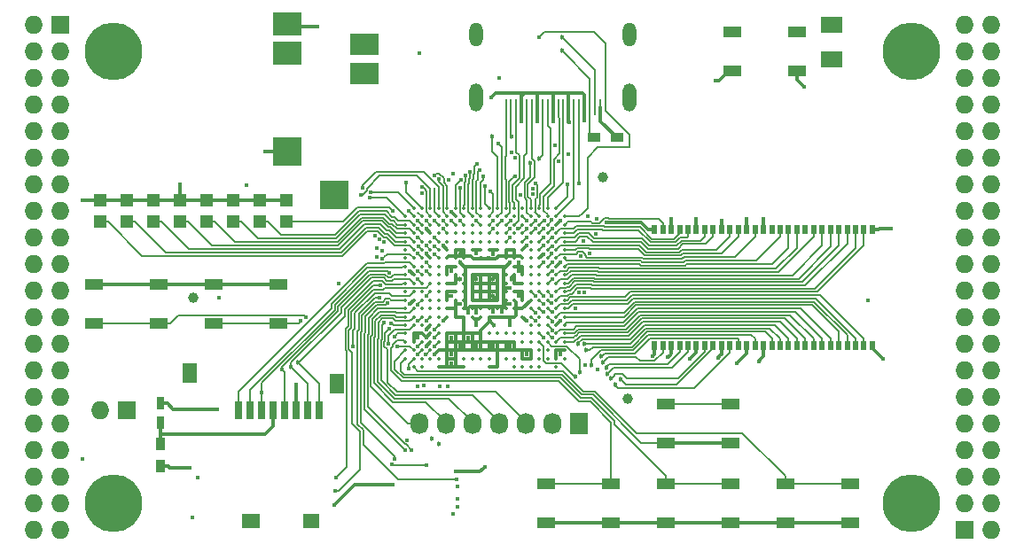
<source format=gtl>
G04 #@! TF.FileFunction,Copper,L1,Top,Signal*
%FSLAX46Y46*%
G04 Gerber Fmt 4.6, Leading zero omitted, Abs format (unit mm)*
G04 Created by KiCad (PCBNEW 4.0.5+dfsg1-4) date Wed May 10 16:42:39 2017*
%MOMM*%
%LPD*%
G01*
G04 APERTURE LIST*
%ADD10C,0.100000*%
%ADD11C,0.350000*%
%ADD12R,2.032000X1.524000*%
%ADD13R,0.700000X1.800000*%
%ADD14R,1.600000X1.400000*%
%ADD15R,1.800000X1.400000*%
%ADD16R,1.400000X1.900000*%
%ADD17R,1.800000X1.100000*%
%ADD18R,1.198880X1.198880*%
%ADD19R,2.800000X2.200000*%
%ADD20R,2.800000X2.800000*%
%ADD21R,2.800000X2.000000*%
%ADD22R,0.560000X0.900000*%
%ADD23O,1.300000X2.700000*%
%ADD24O,1.300000X2.300000*%
%ADD25R,0.250000X1.600000*%
%ADD26R,1.727200X1.727200*%
%ADD27O,1.727200X1.727200*%
%ADD28C,5.500000*%
%ADD29R,1.200000X0.900000*%
%ADD30R,1.727200X2.032000*%
%ADD31O,1.727200X2.032000*%
%ADD32R,0.750000X1.200000*%
%ADD33R,0.900000X1.200000*%
%ADD34C,0.400000*%
%ADD35C,0.454000*%
%ADD36C,1.000000*%
%ADD37C,0.300000*%
%ADD38C,0.190000*%
%ADD39C,0.200000*%
G04 APERTURE END LIST*
D10*
D11*
X131680000Y-80200000D03*
X132480000Y-80200000D03*
X133280000Y-80200000D03*
X134080000Y-80200000D03*
X134880000Y-80200000D03*
X135680000Y-80200000D03*
X136480000Y-80200000D03*
X137280000Y-80200000D03*
X138080000Y-80200000D03*
X138880000Y-80200000D03*
X139680000Y-80200000D03*
X140480000Y-80200000D03*
X141280000Y-80200000D03*
X142080000Y-80200000D03*
X142880000Y-80200000D03*
X143680000Y-80200000D03*
X144480000Y-80200000D03*
X145280000Y-80200000D03*
X130880000Y-81000000D03*
X131680000Y-81000000D03*
X132480000Y-81000000D03*
X133280000Y-81000000D03*
X134080000Y-81000000D03*
X134880000Y-81000000D03*
X135680000Y-81000000D03*
X136480000Y-81000000D03*
X137280000Y-81000000D03*
X138080000Y-81000000D03*
X138880000Y-81000000D03*
X139680000Y-81000000D03*
X140480000Y-81000000D03*
X141280000Y-81000000D03*
X142080000Y-81000000D03*
X142880000Y-81000000D03*
X143680000Y-81000000D03*
X144480000Y-81000000D03*
X145280000Y-81000000D03*
X146080000Y-81000000D03*
X130880000Y-81800000D03*
X131680000Y-81800000D03*
X132480000Y-81800000D03*
X133280000Y-81800000D03*
X134080000Y-81800000D03*
X134880000Y-81800000D03*
X135680000Y-81800000D03*
X136480000Y-81800000D03*
X137280000Y-81800000D03*
X138080000Y-81800000D03*
X138880000Y-81800000D03*
X139680000Y-81800000D03*
X140480000Y-81800000D03*
X141280000Y-81800000D03*
X142080000Y-81800000D03*
X142880000Y-81800000D03*
X143680000Y-81800000D03*
X144480000Y-81800000D03*
X145280000Y-81800000D03*
X146080000Y-81800000D03*
X130880000Y-82600000D03*
X131680000Y-82600000D03*
X132480000Y-82600000D03*
X133280000Y-82600000D03*
X134080000Y-82600000D03*
X134880000Y-82600000D03*
X135680000Y-82600000D03*
X136480000Y-82600000D03*
X137280000Y-82600000D03*
X138080000Y-82600000D03*
X138880000Y-82600000D03*
X139680000Y-82600000D03*
X140480000Y-82600000D03*
X141280000Y-82600000D03*
X142080000Y-82600000D03*
X142880000Y-82600000D03*
X143680000Y-82600000D03*
X144480000Y-82600000D03*
X145280000Y-82600000D03*
X146080000Y-82600000D03*
X130880000Y-83400000D03*
X131680000Y-83400000D03*
X132480000Y-83400000D03*
X133280000Y-83400000D03*
X134080000Y-83400000D03*
X134880000Y-83400000D03*
X135680000Y-83400000D03*
X136480000Y-83400000D03*
X137280000Y-83400000D03*
X138080000Y-83400000D03*
X138880000Y-83400000D03*
X139680000Y-83400000D03*
X140480000Y-83400000D03*
X141280000Y-83400000D03*
X142080000Y-83400000D03*
X142880000Y-83400000D03*
X143680000Y-83400000D03*
X144480000Y-83400000D03*
X145280000Y-83400000D03*
X146080000Y-83400000D03*
X130880000Y-84200000D03*
X131680000Y-84200000D03*
X132480000Y-84200000D03*
X133280000Y-84200000D03*
X134080000Y-84200000D03*
X134880000Y-84200000D03*
X135680000Y-84200000D03*
X136480000Y-84200000D03*
X137280000Y-84200000D03*
X138080000Y-84200000D03*
X138880000Y-84200000D03*
X139680000Y-84200000D03*
X140480000Y-84200000D03*
X141280000Y-84200000D03*
X142080000Y-84200000D03*
X142880000Y-84200000D03*
X143680000Y-84200000D03*
X144480000Y-84200000D03*
X145280000Y-84200000D03*
X146080000Y-84200000D03*
X130880000Y-85000000D03*
X131680000Y-85000000D03*
X132480000Y-85000000D03*
X133280000Y-85000000D03*
X134080000Y-85000000D03*
X134880000Y-85000000D03*
X135680000Y-85000000D03*
X136480000Y-85000000D03*
X137280000Y-85000000D03*
X138080000Y-85000000D03*
X138880000Y-85000000D03*
X139680000Y-85000000D03*
X140480000Y-85000000D03*
X141280000Y-85000000D03*
X142080000Y-85000000D03*
X142880000Y-85000000D03*
X143680000Y-85000000D03*
X144480000Y-85000000D03*
X145280000Y-85000000D03*
X146080000Y-85000000D03*
X130880000Y-85800000D03*
X131680000Y-85800000D03*
X132480000Y-85800000D03*
X133280000Y-85800000D03*
X134080000Y-85800000D03*
X134880000Y-85800000D03*
X135680000Y-85800000D03*
X136480000Y-85800000D03*
X137280000Y-85800000D03*
X138080000Y-85800000D03*
X138880000Y-85800000D03*
X139680000Y-85800000D03*
X140480000Y-85800000D03*
X141280000Y-85800000D03*
X142080000Y-85800000D03*
X142880000Y-85800000D03*
X143680000Y-85800000D03*
X144480000Y-85800000D03*
X145280000Y-85800000D03*
X146080000Y-85800000D03*
X130880000Y-86600000D03*
X131680000Y-86600000D03*
X132480000Y-86600000D03*
X133280000Y-86600000D03*
X134080000Y-86600000D03*
X134880000Y-86600000D03*
X135680000Y-86600000D03*
X136480000Y-86600000D03*
X137280000Y-86600000D03*
X138080000Y-86600000D03*
X138880000Y-86600000D03*
X139680000Y-86600000D03*
X140480000Y-86600000D03*
X141280000Y-86600000D03*
X142080000Y-86600000D03*
X142880000Y-86600000D03*
X143680000Y-86600000D03*
X144480000Y-86600000D03*
X145280000Y-86600000D03*
X146080000Y-86600000D03*
X130880000Y-87400000D03*
X131680000Y-87400000D03*
X132480000Y-87400000D03*
X133280000Y-87400000D03*
X134080000Y-87400000D03*
X134880000Y-87400000D03*
X135680000Y-87400000D03*
X136480000Y-87400000D03*
X137280000Y-87400000D03*
X138080000Y-87400000D03*
X138880000Y-87400000D03*
X139680000Y-87400000D03*
X140480000Y-87400000D03*
X141280000Y-87400000D03*
X142080000Y-87400000D03*
X142880000Y-87400000D03*
X143680000Y-87400000D03*
X144480000Y-87400000D03*
X145280000Y-87400000D03*
X146080000Y-87400000D03*
X130880000Y-88200000D03*
X131680000Y-88200000D03*
X132480000Y-88200000D03*
X133280000Y-88200000D03*
X134080000Y-88200000D03*
X134880000Y-88200000D03*
X135680000Y-88200000D03*
X136480000Y-88200000D03*
X137280000Y-88200000D03*
X138080000Y-88200000D03*
X138880000Y-88200000D03*
X139680000Y-88200000D03*
X140480000Y-88200000D03*
X141280000Y-88200000D03*
X142080000Y-88200000D03*
X142880000Y-88200000D03*
X143680000Y-88200000D03*
X144480000Y-88200000D03*
X145280000Y-88200000D03*
X146080000Y-88200000D03*
X130880000Y-89000000D03*
X131680000Y-89000000D03*
X132480000Y-89000000D03*
X133280000Y-89000000D03*
X134080000Y-89000000D03*
X134880000Y-89000000D03*
X135680000Y-89000000D03*
X136480000Y-89000000D03*
X137280000Y-89000000D03*
X138080000Y-89000000D03*
X138880000Y-89000000D03*
X139680000Y-89000000D03*
X140480000Y-89000000D03*
X141280000Y-89000000D03*
X142080000Y-89000000D03*
X142880000Y-89000000D03*
X143680000Y-89000000D03*
X144480000Y-89000000D03*
X145280000Y-89000000D03*
X146080000Y-89000000D03*
X130880000Y-89800000D03*
X131680000Y-89800000D03*
X132480000Y-89800000D03*
X133280000Y-89800000D03*
X134080000Y-89800000D03*
X134880000Y-89800000D03*
X135680000Y-89800000D03*
X136480000Y-89800000D03*
X137280000Y-89800000D03*
X138080000Y-89800000D03*
X138880000Y-89800000D03*
X139680000Y-89800000D03*
X140480000Y-89800000D03*
X141280000Y-89800000D03*
X142080000Y-89800000D03*
X142880000Y-89800000D03*
X143680000Y-89800000D03*
X144480000Y-89800000D03*
X145280000Y-89800000D03*
X146080000Y-89800000D03*
X130880000Y-90600000D03*
X131680000Y-90600000D03*
X132480000Y-90600000D03*
X133280000Y-90600000D03*
X134080000Y-90600000D03*
X134880000Y-90600000D03*
X135680000Y-90600000D03*
X136480000Y-90600000D03*
X137280000Y-90600000D03*
X138080000Y-90600000D03*
X138880000Y-90600000D03*
X139680000Y-90600000D03*
X140480000Y-90600000D03*
X141280000Y-90600000D03*
X142080000Y-90600000D03*
X142880000Y-90600000D03*
X143680000Y-90600000D03*
X144480000Y-90600000D03*
X145280000Y-90600000D03*
X146080000Y-90600000D03*
X130880000Y-91400000D03*
X131680000Y-91400000D03*
X132480000Y-91400000D03*
X133280000Y-91400000D03*
X134080000Y-91400000D03*
X142880000Y-91400000D03*
X143680000Y-91400000D03*
X144480000Y-91400000D03*
X145280000Y-91400000D03*
X146080000Y-91400000D03*
X130880000Y-92200000D03*
X131680000Y-92200000D03*
X132480000Y-92200000D03*
X133280000Y-92200000D03*
X134080000Y-92200000D03*
X134880000Y-92200000D03*
X135680000Y-92200000D03*
X136480000Y-92200000D03*
X137280000Y-92200000D03*
X138080000Y-92200000D03*
X138880000Y-92200000D03*
X139680000Y-92200000D03*
X140480000Y-92200000D03*
X141280000Y-92200000D03*
X142080000Y-92200000D03*
X142880000Y-92200000D03*
X143680000Y-92200000D03*
X144480000Y-92200000D03*
X145280000Y-92200000D03*
X146080000Y-92200000D03*
X130880000Y-93000000D03*
X131680000Y-93000000D03*
X132480000Y-93000000D03*
X133280000Y-93000000D03*
X134080000Y-93000000D03*
X134880000Y-93000000D03*
X135680000Y-93000000D03*
X136480000Y-93000000D03*
X137280000Y-93000000D03*
X138080000Y-93000000D03*
X138880000Y-93000000D03*
X139680000Y-93000000D03*
X140480000Y-93000000D03*
X141280000Y-93000000D03*
X142080000Y-93000000D03*
X142880000Y-93000000D03*
X143680000Y-93000000D03*
X144480000Y-93000000D03*
X145280000Y-93000000D03*
X146080000Y-93000000D03*
X130880000Y-93800000D03*
X131680000Y-93800000D03*
X132480000Y-93800000D03*
X133280000Y-93800000D03*
X134080000Y-93800000D03*
X134880000Y-93800000D03*
X135680000Y-93800000D03*
X136480000Y-93800000D03*
X137280000Y-93800000D03*
X138080000Y-93800000D03*
X138880000Y-93800000D03*
X139680000Y-93800000D03*
X140480000Y-93800000D03*
X141280000Y-93800000D03*
X142080000Y-93800000D03*
X142880000Y-93800000D03*
X143680000Y-93800000D03*
X144480000Y-93800000D03*
X145280000Y-93800000D03*
X146080000Y-93800000D03*
X130880000Y-94600000D03*
X131680000Y-94600000D03*
X132480000Y-94600000D03*
X133280000Y-94600000D03*
X134080000Y-94600000D03*
X134880000Y-94600000D03*
X135680000Y-94600000D03*
X136480000Y-94600000D03*
X137280000Y-94600000D03*
X138080000Y-94600000D03*
X138880000Y-94600000D03*
X139680000Y-94600000D03*
X140480000Y-94600000D03*
X141280000Y-94600000D03*
X142080000Y-94600000D03*
X142880000Y-94600000D03*
X143680000Y-94600000D03*
X144480000Y-94600000D03*
X145280000Y-94600000D03*
X146080000Y-94600000D03*
X131680000Y-95400000D03*
X132480000Y-95400000D03*
X134080000Y-95400000D03*
X134880000Y-95400000D03*
X135680000Y-95400000D03*
X136480000Y-95400000D03*
X138880000Y-95400000D03*
X139680000Y-95400000D03*
X141280000Y-95400000D03*
X142080000Y-95400000D03*
X142880000Y-95400000D03*
X143680000Y-95400000D03*
X145280000Y-95400000D03*
D12*
X171570000Y-65992000D03*
X171570000Y-62690000D03*
D13*
X114930000Y-99520000D03*
X116030000Y-99520000D03*
X117130000Y-99520000D03*
X118230000Y-99520000D03*
X119330000Y-99520000D03*
X120430000Y-99520000D03*
X121530000Y-99520000D03*
X122630000Y-99520000D03*
D14*
X121920000Y-110120000D03*
D15*
X116120000Y-110120000D03*
D16*
X124320000Y-96970000D03*
X110270000Y-95970000D03*
D17*
X101160000Y-87510000D03*
X107360000Y-87510000D03*
X101160000Y-91210000D03*
X107360000Y-91210000D03*
X112590000Y-87510000D03*
X118790000Y-87510000D03*
X112590000Y-91210000D03*
X118790000Y-91210000D03*
X155770000Y-98940000D03*
X161970000Y-98940000D03*
X155770000Y-102640000D03*
X161970000Y-102640000D03*
X161970000Y-110260000D03*
X155770000Y-110260000D03*
X161970000Y-106560000D03*
X155770000Y-106560000D03*
X150540000Y-110260000D03*
X144340000Y-110260000D03*
X150540000Y-106560000D03*
X144340000Y-106560000D03*
X173400000Y-110260000D03*
X167200000Y-110260000D03*
X173400000Y-106560000D03*
X167200000Y-106560000D03*
D18*
X119500000Y-81519020D03*
X119500000Y-79420980D03*
X116960000Y-81519020D03*
X116960000Y-79420980D03*
X114420000Y-81519020D03*
X114420000Y-79420980D03*
X111880000Y-81519020D03*
X111880000Y-79420980D03*
X109340000Y-81519020D03*
X109340000Y-79420980D03*
X106800000Y-81519020D03*
X106800000Y-79420980D03*
X104260000Y-81519020D03*
X104260000Y-79420980D03*
X101720000Y-81519020D03*
X101720000Y-79420980D03*
D19*
X119610000Y-62640000D03*
X119610000Y-65440000D03*
D20*
X119610000Y-74840000D03*
X124060000Y-78940000D03*
D21*
X127010000Y-67340000D03*
X127010000Y-64540000D03*
D22*
X175480000Y-82270000D03*
X154680000Y-93330000D03*
X155480000Y-93330000D03*
X156280000Y-93330000D03*
X157080000Y-93330000D03*
X157880000Y-93330000D03*
X158680000Y-93330000D03*
X159480000Y-93330000D03*
X160280000Y-93330000D03*
X161080000Y-93330000D03*
X161880000Y-93330000D03*
X162680000Y-93330000D03*
X163480000Y-93330000D03*
X164280000Y-93330000D03*
X165080000Y-93330000D03*
X165880000Y-93330000D03*
X166680000Y-93330000D03*
X167480000Y-93330000D03*
X168280000Y-93330000D03*
X169080000Y-93330000D03*
X169880000Y-93330000D03*
X170680000Y-93330000D03*
X171480000Y-93330000D03*
X172280000Y-93330000D03*
X173080000Y-93330000D03*
X173880000Y-93330000D03*
X174680000Y-93330000D03*
X175480000Y-93330000D03*
X174680000Y-82270000D03*
X173880000Y-82270000D03*
X173080000Y-82270000D03*
X172280000Y-82270000D03*
X171480000Y-82270000D03*
X170680000Y-82270000D03*
X169880000Y-82270000D03*
X169080000Y-82270000D03*
X168280000Y-82270000D03*
X167480000Y-82270000D03*
X166680000Y-82270000D03*
X165880000Y-82270000D03*
X165080000Y-82270000D03*
X164280000Y-82270000D03*
X163480000Y-82270000D03*
X162680000Y-82270000D03*
X161880000Y-82270000D03*
X161080000Y-82270000D03*
X160280000Y-82270000D03*
X159480000Y-82270000D03*
X158680000Y-82270000D03*
X157880000Y-82270000D03*
X157080000Y-82270000D03*
X156280000Y-82270000D03*
X155480000Y-82270000D03*
X154680000Y-82270000D03*
D23*
X152280000Y-69650000D03*
X137680000Y-69650000D03*
D24*
X137680000Y-63600000D03*
D25*
X140480000Y-70600000D03*
X140980000Y-70600000D03*
X141480000Y-70600000D03*
X141980000Y-70600000D03*
X142480000Y-70600000D03*
X142980000Y-70600000D03*
X143480000Y-70600000D03*
X143980000Y-70600000D03*
X144480000Y-70600000D03*
X144980000Y-70600000D03*
X145480000Y-70600000D03*
X145980000Y-70600000D03*
X146480000Y-70600000D03*
X146980000Y-70600000D03*
X147480000Y-70600000D03*
X147980000Y-70600000D03*
X148480000Y-70600000D03*
X148980000Y-70600000D03*
X149480000Y-70600000D03*
D24*
X152280000Y-63600000D03*
D26*
X97910000Y-62690000D03*
D27*
X95370000Y-62690000D03*
X97910000Y-65230000D03*
X95370000Y-65230000D03*
X97910000Y-67770000D03*
X95370000Y-67770000D03*
X97910000Y-70310000D03*
X95370000Y-70310000D03*
X97910000Y-72850000D03*
X95370000Y-72850000D03*
X97910000Y-75390000D03*
X95370000Y-75390000D03*
X97910000Y-77930000D03*
X95370000Y-77930000D03*
X97910000Y-80470000D03*
X95370000Y-80470000D03*
X97910000Y-83010000D03*
X95370000Y-83010000D03*
X97910000Y-85550000D03*
X95370000Y-85550000D03*
X97910000Y-88090000D03*
X95370000Y-88090000D03*
X97910000Y-90630000D03*
X95370000Y-90630000D03*
X97910000Y-93170000D03*
X95370000Y-93170000D03*
X97910000Y-95710000D03*
X95370000Y-95710000D03*
X97910000Y-98250000D03*
X95370000Y-98250000D03*
X97910000Y-100790000D03*
X95370000Y-100790000D03*
X97910000Y-103330000D03*
X95370000Y-103330000D03*
X97910000Y-105870000D03*
X95370000Y-105870000D03*
X97910000Y-108410000D03*
X95370000Y-108410000D03*
X97910000Y-110950000D03*
X95370000Y-110950000D03*
D26*
X184270000Y-110950000D03*
D27*
X186810000Y-110950000D03*
X184270000Y-108410000D03*
X186810000Y-108410000D03*
X184270000Y-105870000D03*
X186810000Y-105870000D03*
X184270000Y-103330000D03*
X186810000Y-103330000D03*
X184270000Y-100790000D03*
X186810000Y-100790000D03*
X184270000Y-98250000D03*
X186810000Y-98250000D03*
X184270000Y-95710000D03*
X186810000Y-95710000D03*
X184270000Y-93170000D03*
X186810000Y-93170000D03*
X184270000Y-90630000D03*
X186810000Y-90630000D03*
X184270000Y-88090000D03*
X186810000Y-88090000D03*
X184270000Y-85550000D03*
X186810000Y-85550000D03*
X184270000Y-83010000D03*
X186810000Y-83010000D03*
X184270000Y-80470000D03*
X186810000Y-80470000D03*
X184270000Y-77930000D03*
X186810000Y-77930000D03*
X184270000Y-75390000D03*
X186810000Y-75390000D03*
X184270000Y-72850000D03*
X186810000Y-72850000D03*
X184270000Y-70310000D03*
X186810000Y-70310000D03*
X184270000Y-67770000D03*
X186810000Y-67770000D03*
X184270000Y-65230000D03*
X186810000Y-65230000D03*
X184270000Y-62690000D03*
X186810000Y-62690000D03*
D28*
X102990000Y-108410000D03*
X179190000Y-108410000D03*
X179190000Y-65230000D03*
X102990000Y-65230000D03*
D17*
X162120000Y-63380000D03*
X168320000Y-63380000D03*
X162120000Y-67080000D03*
X168320000Y-67080000D03*
D29*
X151080000Y-73485000D03*
X148880000Y-73485000D03*
D26*
X104260000Y-99520000D03*
D27*
X101720000Y-99520000D03*
D30*
X147440000Y-100790000D03*
D31*
X144900000Y-100790000D03*
X142360000Y-100790000D03*
X139820000Y-100790000D03*
X137280000Y-100790000D03*
X134740000Y-100790000D03*
X132200000Y-100790000D03*
D32*
X107480000Y-100750000D03*
X107480000Y-98850000D03*
D33*
X107480000Y-102700000D03*
X107480000Y-104900000D03*
D34*
X136085174Y-89394826D03*
X109340000Y-77930000D03*
X145680000Y-91000000D03*
X135280000Y-80600000D03*
X117480000Y-74800000D03*
X165080000Y-81200000D03*
X145680000Y-81400000D03*
X177280000Y-82200000D03*
X139080000Y-69600000D03*
X120430000Y-97050000D03*
X112880000Y-99400000D03*
X150080000Y-81600000D03*
X161080000Y-81400000D03*
X156280000Y-81200000D03*
X124080000Y-108600000D03*
X129680000Y-106600000D03*
X160480000Y-68000000D03*
X168990000Y-68600000D03*
X131280000Y-86200000D03*
X131280000Y-89400000D03*
X162560000Y-95000000D03*
X158080000Y-94600000D03*
X133690245Y-94180159D03*
D35*
X139312644Y-91359700D03*
D34*
X140874194Y-91433353D03*
X147987057Y-71874961D03*
X146490444Y-71976266D03*
X144992193Y-71935857D03*
X145680000Y-85422010D03*
X100017740Y-79439515D03*
X132880424Y-84565132D03*
X143480000Y-71900000D03*
X141986140Y-71899854D03*
X144080000Y-84600000D03*
X145680000Y-94200000D03*
X135280000Y-95000000D03*
X135280000Y-94200000D03*
X142480000Y-94200000D03*
X140880000Y-93400000D03*
X139280000Y-93400000D03*
X137680000Y-93400000D03*
X136080000Y-93400000D03*
X136880000Y-92600000D03*
X135280000Y-92600000D03*
X132880000Y-91800000D03*
X132880000Y-93400000D03*
X132880000Y-82200000D03*
D35*
X141042859Y-86994997D03*
X139280000Y-87000000D03*
X136110990Y-86995403D03*
X139280000Y-88600000D03*
X137680000Y-87000000D03*
X136080000Y-84600000D03*
D34*
X110529662Y-109760338D03*
X110280000Y-105000000D03*
X100080000Y-104200000D03*
X115690000Y-78010000D03*
X113080000Y-88800000D03*
X124480000Y-87400000D03*
X132203808Y-65402255D03*
X139820000Y-67770000D03*
X164653770Y-94825547D03*
X175080000Y-89000000D03*
X160734802Y-94505582D03*
X155945719Y-94444824D03*
X154480000Y-94400000D03*
X158680000Y-81200000D03*
X163480000Y-81200000D03*
X176480000Y-94600000D03*
D36*
X149710735Y-77289735D03*
D34*
X137665894Y-91402446D03*
X135273306Y-88618602D03*
X139272517Y-84611349D03*
X137680556Y-84534085D03*
X141680000Y-86200000D03*
X135280000Y-86200000D03*
X132880000Y-92600000D03*
X132080000Y-92600000D03*
X141680000Y-88600000D03*
X141680000Y-85400000D03*
X136885174Y-90194826D03*
D36*
X152095000Y-98400000D03*
D34*
X140094890Y-90122990D03*
X139280000Y-90122990D03*
X140880000Y-89400000D03*
X137680000Y-90172990D03*
X140880000Y-87800000D03*
X140880000Y-85400000D03*
D35*
X136080000Y-85400000D03*
D34*
X129541426Y-91206659D03*
X121408624Y-90632457D03*
X129813284Y-92511909D03*
X120880000Y-91000000D03*
X139280000Y-82200000D03*
D36*
X110593658Y-88756708D03*
D34*
X142480000Y-91000000D03*
X142480000Y-83800000D03*
X134480000Y-83800000D03*
X134480000Y-91000000D03*
X134970261Y-97236541D03*
X135884156Y-106800406D03*
X133680000Y-91800000D03*
D35*
X134074414Y-102752225D03*
D34*
X135855186Y-108022639D03*
X134198152Y-97269984D03*
D35*
X133449289Y-102232615D03*
D34*
X133680000Y-92600000D03*
X132606156Y-97170044D03*
X129563728Y-104680338D03*
X132918584Y-104800000D03*
X135853254Y-108792386D03*
X133685668Y-93402482D03*
X132846234Y-94197073D03*
X132090078Y-97276836D03*
X131019992Y-102364188D03*
X135471949Y-109409592D03*
X122480000Y-62900000D03*
D35*
X145851858Y-65189228D03*
X145873729Y-63920849D03*
D34*
X143680000Y-63900000D03*
X140080000Y-81400000D03*
X117121665Y-97817265D03*
X129373612Y-86363428D03*
X132080000Y-86200000D03*
X119130057Y-95662364D03*
D35*
X119978162Y-95412951D03*
X120634035Y-94977604D03*
D34*
X147480000Y-77822010D03*
X146387166Y-77918991D03*
X131453853Y-103296209D03*
D35*
X148653935Y-95239949D03*
D34*
X144885216Y-91021238D03*
D35*
X149619858Y-94378867D03*
D34*
X144885689Y-90132858D03*
D35*
X150895161Y-97104924D03*
D34*
X144890381Y-83866022D03*
D35*
X151426924Y-96525191D03*
D34*
X144894101Y-83022010D03*
D35*
X150518912Y-96497510D03*
D34*
X144901285Y-86268736D03*
D35*
X150197861Y-96013257D03*
D34*
X144888562Y-86993817D03*
D35*
X150072035Y-95446034D03*
D34*
X144877648Y-88622010D03*
D35*
X149779241Y-94944191D03*
D34*
X144869421Y-89288847D03*
D35*
X148110244Y-93760618D03*
D34*
X144882782Y-91877646D03*
D35*
X147402091Y-93209005D03*
D34*
X144080000Y-92600000D03*
D35*
X147982902Y-93193733D03*
D34*
X144882352Y-92577990D03*
X131191207Y-95514394D03*
X130123876Y-93413277D03*
X132080000Y-93400000D03*
X129280000Y-93200000D03*
X132080000Y-94200000D03*
X128649840Y-85087828D03*
X111080000Y-106000000D03*
X129212070Y-89291543D03*
X132080000Y-89444020D03*
X130839486Y-103354982D03*
X132880000Y-86200000D03*
X129880000Y-104200000D03*
X128388593Y-88745409D03*
X132880000Y-88600000D03*
X135778649Y-106163691D03*
X128476551Y-87584386D03*
X124253981Y-105982535D03*
X132080000Y-87000000D03*
X125899900Y-93452662D03*
X124202418Y-107207639D03*
X139782500Y-74073458D03*
D35*
X139185419Y-73378045D03*
X141029139Y-73391006D03*
X143625670Y-75521246D03*
X142775852Y-75939146D03*
D34*
X135058026Y-77491517D03*
X135274882Y-81390604D03*
X134480367Y-81390604D03*
X134058357Y-77465303D03*
X133668154Y-77111081D03*
X126773709Y-78308800D03*
X126604386Y-78926444D03*
X127445822Y-79226361D03*
X127566271Y-78713298D03*
X132504562Y-78200000D03*
X132505009Y-78796823D03*
X132884441Y-81391117D03*
X128013789Y-82814208D03*
X132084319Y-83022010D03*
X128395011Y-83178075D03*
X132886504Y-83777990D03*
X128874210Y-83399899D03*
X132117443Y-83866021D03*
X128177048Y-84021806D03*
X132032194Y-84565132D03*
X128656426Y-84243816D03*
X133671942Y-84595200D03*
X128146548Y-84865817D03*
X132875802Y-85421990D03*
D35*
X147131990Y-96348010D03*
X147526704Y-95921658D03*
D34*
X148074116Y-95229326D03*
X143280000Y-91000000D03*
X149207706Y-95605291D03*
X144082424Y-90132858D03*
X147124159Y-89779295D03*
X144035793Y-89397606D03*
X143281824Y-90201951D03*
X144080517Y-85397219D03*
X147611689Y-84811014D03*
X144886544Y-85385186D03*
X149110027Y-82710554D03*
X144080000Y-83000000D03*
X144885092Y-82177990D03*
X147473323Y-88301262D03*
X144082832Y-88584510D03*
X147997681Y-88248440D03*
X143278026Y-88595030D03*
X149131913Y-81202010D03*
X144076901Y-82186448D03*
X148337768Y-80975785D03*
X144866392Y-81333979D03*
X139280000Y-81400000D03*
X139030990Y-78600803D03*
X138474753Y-78117762D03*
X138291969Y-77164182D03*
X137754556Y-75974186D03*
X137974958Y-76577236D03*
X137680000Y-81400000D03*
X137023753Y-76742518D03*
X136645199Y-77109176D03*
X136170384Y-77530992D03*
X136102010Y-78268593D03*
X135473038Y-76949878D03*
X136080000Y-81400000D03*
X148441027Y-84498152D03*
X144877691Y-84532933D03*
X147904113Y-83328694D03*
X144080000Y-83800000D03*
X143019945Y-78903038D03*
X142473549Y-82998913D03*
X143086704Y-78380271D03*
X142457990Y-82191394D03*
X145494004Y-75718570D03*
X144146021Y-81374784D03*
X143323210Y-77837480D03*
X146456648Y-75056695D03*
X143302010Y-82194992D03*
X143302010Y-81381735D03*
X145172870Y-74240536D03*
X141853043Y-78968642D03*
X141657990Y-82130345D03*
X142457990Y-81382236D03*
X140924011Y-81375594D03*
X141346021Y-77170289D03*
X141046643Y-74873804D03*
X140864029Y-83041403D03*
X141329877Y-75415642D03*
X140902010Y-82179283D03*
X133680000Y-82977990D03*
X132080000Y-81400000D03*
X132080000Y-82177990D03*
X130976883Y-77755103D03*
X133680000Y-81400000D03*
X133680000Y-83822010D03*
X129376114Y-91707073D03*
X132880000Y-91000000D03*
X128848343Y-91177842D03*
X132077648Y-90977990D03*
X129680000Y-80500000D03*
X131180000Y-80500000D03*
X134480000Y-82200000D03*
X138500159Y-104911875D03*
X135680000Y-105400000D03*
D37*
X135685174Y-89394826D02*
X135802332Y-89394826D01*
X135680000Y-89400000D02*
X135685174Y-89394826D01*
X135802332Y-89394826D02*
X136085174Y-89394826D01*
X109340000Y-79420980D02*
X109340000Y-77930000D01*
X145454999Y-91225001D02*
X145680000Y-91000000D01*
X145280000Y-91400000D02*
X145454999Y-91225001D01*
X135680000Y-81000000D02*
X135280000Y-80600000D01*
X135054999Y-84825001D02*
X137080000Y-84825001D01*
X137280000Y-85000000D02*
X137105001Y-84825001D01*
X137105001Y-84825001D02*
X137080000Y-84825001D01*
X138280000Y-85088351D02*
X137368351Y-85088351D01*
X137368351Y-85088351D02*
X137280000Y-85000000D01*
X139680000Y-86600000D02*
X139280000Y-87000000D01*
X139680000Y-88200000D02*
X139680000Y-89000000D01*
X139680000Y-87400000D02*
X139680000Y-88200000D01*
X139680000Y-86600000D02*
X139680000Y-87400000D01*
X137280000Y-88200000D02*
X137280000Y-89000000D01*
X137280000Y-87400000D02*
X137280000Y-88200000D01*
X137280000Y-86600000D02*
X137280000Y-87400000D01*
X138880000Y-87400000D02*
X138880000Y-88200000D01*
X138880000Y-86600000D02*
X138880000Y-87400000D01*
X138080000Y-87400000D02*
X138080000Y-86600000D01*
X138080000Y-88200000D02*
X138080000Y-87400000D01*
X138080000Y-89000000D02*
X138080000Y-88200000D01*
X138080000Y-88200000D02*
X138880000Y-88200000D01*
X138080000Y-87400000D02*
X138880000Y-87400000D01*
X137280000Y-87400000D02*
X138080000Y-87400000D01*
X117870000Y-74800000D02*
X117480000Y-74800000D01*
X119610000Y-74840000D02*
X117910000Y-74840000D01*
X117910000Y-74840000D02*
X117870000Y-74800000D01*
X165080000Y-82270000D02*
X165080000Y-81200000D01*
X145454999Y-81625001D02*
X145680000Y-81400000D01*
X145280000Y-81800000D02*
X145454999Y-81625001D01*
X176130000Y-82200000D02*
X177280000Y-82200000D01*
X175480000Y-82270000D02*
X176060000Y-82270000D01*
X176060000Y-82270000D02*
X176130000Y-82200000D01*
X139480000Y-69200000D02*
X139080000Y-69600000D01*
X142280000Y-69200000D02*
X139480000Y-69200000D01*
X120430000Y-99520000D02*
X120430000Y-97050000D01*
X108705000Y-99400000D02*
X112880000Y-99400000D01*
X107480000Y-98850000D02*
X108155000Y-98850000D01*
X108155000Y-98850000D02*
X108705000Y-99400000D01*
X153430000Y-81600000D02*
X150080000Y-81600000D01*
X154680000Y-82270000D02*
X154100000Y-82270000D01*
X154100000Y-82270000D02*
X153430000Y-81600000D01*
X161080000Y-81520000D02*
X161080000Y-81400000D01*
X161080000Y-82270000D02*
X161080000Y-81520000D01*
X156280000Y-82270000D02*
X156280000Y-81200000D01*
X126080000Y-106600000D02*
X124080000Y-108600000D01*
X129680000Y-106600000D02*
X126080000Y-106600000D01*
X160850000Y-68000000D02*
X160480000Y-68000000D01*
X162120000Y-67080000D02*
X161770000Y-67080000D01*
X161770000Y-67080000D02*
X160850000Y-68000000D01*
X168320000Y-67080000D02*
X168320000Y-67930000D01*
X168320000Y-67930000D02*
X168990000Y-68600000D01*
X141480000Y-89800000D02*
X141480000Y-89200000D01*
X141480000Y-89200000D02*
X141280000Y-89000000D01*
X141280000Y-89800000D02*
X141480000Y-89800000D01*
X141480000Y-89800000D02*
X142080000Y-89800000D01*
X141454999Y-90425001D02*
X141454999Y-89825001D01*
X141454999Y-89825001D02*
X141480000Y-89800000D01*
X131680000Y-86600000D02*
X131280000Y-86200000D01*
X131680000Y-89000000D02*
X131280000Y-89400000D01*
X163480000Y-93330000D02*
X163480000Y-94080000D01*
X163480000Y-94080000D02*
X162560000Y-95000000D01*
X158680000Y-93330000D02*
X158680000Y-94005008D01*
X158680000Y-94005008D02*
X158085008Y-94600000D01*
X158085008Y-94600000D02*
X158080000Y-94600000D01*
X133699841Y-94180159D02*
X133690245Y-94180159D01*
X134080000Y-93800000D02*
X133699841Y-94180159D01*
X139085645Y-91132701D02*
X139312644Y-91359700D01*
X138880000Y-90927056D02*
X139085645Y-91132701D01*
X138880000Y-90600000D02*
X138880000Y-90927056D01*
X140874194Y-90605806D02*
X140874194Y-91150511D01*
X140880000Y-90600000D02*
X140874194Y-90605806D01*
X140874194Y-91150511D02*
X140874194Y-91433353D01*
X140480000Y-90600000D02*
X140880000Y-90600000D01*
X140880000Y-90600000D02*
X141280000Y-90600000D01*
X139680000Y-90600000D02*
X140480000Y-90600000D01*
X138880000Y-90600000D02*
X139680000Y-90600000D01*
X147980000Y-71867904D02*
X147987057Y-71874961D01*
X147980000Y-70600000D02*
X147980000Y-71867904D01*
X146480000Y-71965822D02*
X146490444Y-71976266D01*
X146480000Y-70600000D02*
X146480000Y-71965822D01*
X144980000Y-70600000D02*
X144980000Y-71923664D01*
X144980000Y-71923664D02*
X144992193Y-71935857D01*
X145280000Y-85800000D02*
X145657990Y-85422010D01*
X145657990Y-85422010D02*
X145680000Y-85422010D01*
X100036275Y-79420980D02*
X100017740Y-79439515D01*
X101720000Y-79420980D02*
X100036275Y-79420980D01*
X133280000Y-85000000D02*
X132880424Y-84600424D01*
X132880424Y-84600424D02*
X132880424Y-84565132D01*
X141280000Y-85000000D02*
X141280000Y-84800000D01*
X141280000Y-84200000D02*
X141280000Y-85000000D01*
X140480000Y-84200000D02*
X141280000Y-84200000D01*
X141280000Y-84800000D02*
X141280000Y-84200000D01*
X141905001Y-84825001D02*
X141305001Y-84825001D01*
X141305001Y-84825001D02*
X141280000Y-84800000D01*
X140480000Y-85000000D02*
X140480000Y-84200000D01*
X139680000Y-85000000D02*
X139680000Y-84898347D01*
X139680000Y-84898347D02*
X139753346Y-84825001D01*
X138280000Y-85088351D02*
X138680000Y-85088351D01*
X138280000Y-85088351D02*
X139489996Y-85088351D01*
X138080000Y-85000000D02*
X138191649Y-85000000D01*
X138191649Y-85000000D02*
X138280000Y-85088351D01*
X138880000Y-85000000D02*
X138768351Y-85000000D01*
X138768351Y-85000000D02*
X138680000Y-85088351D01*
X135680000Y-84200000D02*
X135680000Y-84800000D01*
X135680000Y-84800000D02*
X135680000Y-85000000D01*
X135054999Y-84825001D02*
X135654999Y-84825001D01*
X135654999Y-84825001D02*
X135680000Y-84800000D01*
X136480000Y-85000000D02*
X136480000Y-84200000D01*
X134880000Y-85000000D02*
X135054999Y-84825001D01*
X138880000Y-87400000D02*
X139680000Y-87400000D01*
X138880000Y-88200000D02*
X138880000Y-89000000D01*
X138880000Y-88200000D02*
X139680000Y-88200000D01*
X137280000Y-88200000D02*
X138080000Y-88200000D01*
X141280000Y-90600000D02*
X141454999Y-90425001D01*
X142280000Y-69200000D02*
X143480000Y-69200000D01*
X143480000Y-69200000D02*
X144980000Y-69200000D01*
X143480000Y-70600000D02*
X143480000Y-69200000D01*
X144980000Y-69200000D02*
X146480000Y-69200000D01*
X144980000Y-70600000D02*
X144980000Y-69200000D01*
X146480000Y-69200000D02*
X147780000Y-69200000D01*
X146480000Y-70600000D02*
X146480000Y-69200000D01*
X147980000Y-69400000D02*
X147980000Y-70600000D01*
X147780000Y-69200000D02*
X147980000Y-69400000D01*
X141980000Y-70600000D02*
X141980000Y-69500000D01*
X141980000Y-69500000D02*
X142280000Y-69200000D01*
X143480000Y-70600000D02*
X143480000Y-71900000D01*
X116960000Y-79420980D02*
X119500000Y-79420980D01*
X114420000Y-79420980D02*
X116960000Y-79420980D01*
X111880000Y-79420980D02*
X114420000Y-79420980D01*
X109340000Y-79420980D02*
X111880000Y-79420980D01*
X106800000Y-79420980D02*
X109340000Y-79420980D01*
X104260000Y-79420980D02*
X106800000Y-79420980D01*
X101720000Y-79420980D02*
X104260000Y-79420980D01*
X141980000Y-71893714D02*
X141986140Y-71899854D01*
X141980000Y-70600000D02*
X141980000Y-71893714D01*
X143680000Y-85000000D02*
X144080000Y-84600000D01*
X142080000Y-89800000D02*
X142880000Y-89000000D01*
X145680000Y-93800000D02*
X145280000Y-93800000D01*
X146080000Y-93800000D02*
X145680000Y-93800000D01*
X145680000Y-93800000D02*
X145680000Y-94200000D01*
X135680000Y-89400000D02*
X135680000Y-89800000D01*
X135680000Y-89000000D02*
X135680000Y-89400000D01*
X135280000Y-95400000D02*
X135680000Y-95400000D01*
X134880000Y-95400000D02*
X135280000Y-95400000D01*
X135280000Y-95400000D02*
X135280000Y-95000000D01*
X135280000Y-93800000D02*
X135680000Y-93800000D01*
X134880000Y-93800000D02*
X135280000Y-93800000D01*
X135280000Y-93800000D02*
X135280000Y-94200000D01*
X142480000Y-93800000D02*
X142080000Y-93800000D01*
X142880000Y-93800000D02*
X142480000Y-93800000D01*
X142480000Y-93800000D02*
X142480000Y-94200000D01*
X140880000Y-93000000D02*
X141280000Y-93000000D01*
X140480000Y-93000000D02*
X140880000Y-93000000D01*
X140880000Y-93000000D02*
X140880000Y-93400000D01*
X139280000Y-93000000D02*
X138880000Y-93000000D01*
X139680000Y-93000000D02*
X139280000Y-93000000D01*
X139280000Y-93000000D02*
X139280000Y-93400000D01*
X137680000Y-93000000D02*
X137280000Y-93000000D01*
X137680000Y-93000000D02*
X137680000Y-93400000D01*
X138080000Y-93000000D02*
X137680000Y-93000000D01*
X136080000Y-93000000D02*
X135680000Y-93000000D01*
X136480000Y-93000000D02*
X136080000Y-93000000D01*
X136080000Y-93000000D02*
X136080000Y-93400000D01*
X136880000Y-93000000D02*
X136480000Y-93000000D01*
X137280000Y-93000000D02*
X136880000Y-93000000D01*
X136880000Y-93000000D02*
X136880000Y-92600000D01*
X135280000Y-93000000D02*
X135680000Y-93000000D01*
X134880000Y-93000000D02*
X135280000Y-93000000D01*
X135280000Y-93000000D02*
X135280000Y-92600000D01*
X133280000Y-91400000D02*
X132880000Y-91800000D01*
X133280000Y-93000000D02*
X132880000Y-93400000D01*
X133280000Y-82600000D02*
X132880000Y-82200000D01*
X139753346Y-84825001D02*
X141905001Y-84825001D01*
X139489996Y-85088351D02*
X139753346Y-84825001D01*
X141905001Y-84825001D02*
X142080000Y-85000000D01*
X141042859Y-86837141D02*
X141042859Y-86994997D01*
X141280000Y-86600000D02*
X141042859Y-86837141D01*
X135684597Y-86995403D02*
X135789964Y-86995403D01*
X135680000Y-87000000D02*
X135684597Y-86995403D01*
X135789964Y-86995403D02*
X136110990Y-86995403D01*
X135680000Y-87000000D02*
X135680000Y-86600000D01*
X135680000Y-87400000D02*
X135680000Y-87000000D01*
X138880000Y-90600000D02*
X138880000Y-91091880D01*
X138880000Y-91091880D02*
X138080000Y-91891880D01*
X138080000Y-91891880D02*
X138080000Y-92200000D01*
X136480000Y-90600000D02*
X136480000Y-92200000D01*
X139680000Y-89000000D02*
X139280000Y-88600000D01*
X137280000Y-86600000D02*
X137680000Y-87000000D01*
X136480000Y-84200000D02*
X136080000Y-84600000D01*
X141280000Y-86600000D02*
X141280000Y-87400000D01*
X142080000Y-87400000D02*
X141280000Y-87400000D01*
X135680000Y-84200000D02*
X136480000Y-84200000D01*
X134880000Y-87400000D02*
X135680000Y-87400000D01*
X138880000Y-86600000D02*
X139680000Y-86600000D01*
X138080000Y-86600000D02*
X138880000Y-86600000D01*
X137280000Y-86600000D02*
X138080000Y-86600000D01*
X138880000Y-89000000D02*
X139680000Y-89000000D01*
X138080000Y-89000000D02*
X138880000Y-89000000D01*
X137280000Y-89000000D02*
X138080000Y-89000000D01*
X135680000Y-89800000D02*
X134880000Y-89800000D01*
X135680000Y-90600000D02*
X135680000Y-89800000D01*
X135680000Y-90600000D02*
X136480000Y-90600000D01*
X140480000Y-93000000D02*
X139680000Y-93000000D01*
X139680000Y-93800000D02*
X140480000Y-93800000D01*
X139680000Y-93800000D02*
X139680000Y-94600000D01*
X139680000Y-95400000D02*
X139680000Y-94600000D01*
X138880000Y-95400000D02*
X139680000Y-95400000D01*
X135680000Y-95400000D02*
X136480000Y-95400000D01*
X135680000Y-95400000D02*
X135680000Y-94600000D01*
X134880000Y-95400000D02*
X134080000Y-95400000D01*
X134880000Y-94600000D02*
X134880000Y-95400000D01*
X134080000Y-93800000D02*
X134880000Y-93800000D01*
X134880000Y-94600000D02*
X134880000Y-93800000D01*
X135680000Y-94600000D02*
X134880000Y-94600000D01*
X135680000Y-93800000D02*
X135680000Y-94600000D01*
X134880000Y-93000000D02*
X134880000Y-93800000D01*
X134880000Y-92200000D02*
X134880000Y-93000000D01*
X135680000Y-92200000D02*
X134880000Y-92200000D01*
X135680000Y-93800000D02*
X136480000Y-93800000D01*
X135680000Y-93000000D02*
X135680000Y-93800000D01*
X135680000Y-92200000D02*
X135680000Y-93000000D01*
X135680000Y-92200000D02*
X136480000Y-92200000D01*
X136480000Y-92200000D02*
X137280000Y-92200000D01*
X137280000Y-93800000D02*
X137280000Y-93000000D01*
X136480000Y-93800000D02*
X137280000Y-93800000D01*
X136480000Y-93000000D02*
X136480000Y-93800000D01*
X136480000Y-92200000D02*
X136480000Y-93000000D01*
X137280000Y-92200000D02*
X138080000Y-92200000D01*
X137280000Y-93800000D02*
X138080000Y-93800000D01*
X137280000Y-92200000D02*
X137280000Y-93000000D01*
X138080000Y-92200000D02*
X138080000Y-93000000D01*
X138080000Y-93000000D02*
X138880000Y-93000000D01*
X138080000Y-93800000D02*
X138080000Y-93000000D01*
X138880000Y-93800000D02*
X138080000Y-93800000D01*
X138880000Y-93000000D02*
X138880000Y-93800000D01*
X139680000Y-93800000D02*
X139680000Y-93000000D01*
X138880000Y-93800000D02*
X139680000Y-93800000D01*
X140480000Y-93000000D02*
X140480000Y-93800000D01*
X141280000Y-93000000D02*
X141280000Y-93800000D01*
X141280000Y-93800000D02*
X142080000Y-93800000D01*
X140480000Y-93800000D02*
X141280000Y-93800000D01*
X142080000Y-94600000D02*
X142880000Y-94600000D01*
X142080000Y-93800000D02*
X142080000Y-94600000D01*
X142880000Y-94600000D02*
X142880000Y-93800000D01*
X145280000Y-93800000D02*
X145280000Y-94600000D01*
X149480000Y-71885000D02*
X151080000Y-73485000D01*
X149480000Y-70600000D02*
X149480000Y-71885000D01*
X134880000Y-85800000D02*
X134880000Y-86600000D01*
X108330000Y-105000000D02*
X110280000Y-105000000D01*
X107480000Y-104900000D02*
X108230000Y-104900000D01*
X108230000Y-104900000D02*
X108330000Y-105000000D01*
X164853769Y-94625548D02*
X164653770Y-94825547D01*
X165080000Y-94399317D02*
X164853769Y-94625548D01*
X165080000Y-93330000D02*
X165080000Y-94399317D01*
X160934801Y-94305583D02*
X160734802Y-94505582D01*
X161080000Y-94160384D02*
X160934801Y-94305583D01*
X161080000Y-93330000D02*
X161080000Y-94160384D01*
X156145718Y-94244825D02*
X155945719Y-94444824D01*
X156280000Y-94110543D02*
X156145718Y-94244825D01*
X156280000Y-93330000D02*
X156280000Y-94110543D01*
X154680000Y-94200000D02*
X154480000Y-94400000D01*
X154680000Y-93330000D02*
X154680000Y-94200000D01*
X158680000Y-81520000D02*
X158680000Y-81200000D01*
X158680000Y-82270000D02*
X158680000Y-81520000D01*
X163480000Y-81520000D02*
X163480000Y-81200000D01*
X163480000Y-82270000D02*
X163480000Y-81520000D01*
X175480000Y-93600000D02*
X176480000Y-94600000D01*
X175480000Y-93330000D02*
X175480000Y-93600000D01*
X137665894Y-91119604D02*
X137665894Y-91402446D01*
X137665894Y-90814106D02*
X137665894Y-91119604D01*
X137680000Y-90800000D02*
X137665894Y-90814106D01*
X137680000Y-90800000D02*
X137880000Y-90800000D01*
X137480000Y-90800000D02*
X137680000Y-90800000D01*
X137880000Y-90800000D02*
X138080000Y-90600000D01*
X137280000Y-90600000D02*
X137480000Y-90800000D01*
X132880000Y-92600000D02*
X133280000Y-92200000D01*
X132480000Y-92200000D02*
X132880000Y-92600000D01*
X134990464Y-88618602D02*
X135273306Y-88618602D01*
X134898602Y-88618602D02*
X134990464Y-88618602D01*
X134880000Y-88600000D02*
X134898602Y-88618602D01*
X139272517Y-84328507D02*
X139272517Y-84611349D01*
X139272517Y-84207483D02*
X139272517Y-84328507D01*
X139280000Y-84200000D02*
X139272517Y-84207483D01*
X137680556Y-84200556D02*
X137680556Y-84251243D01*
X137680000Y-84200000D02*
X137680556Y-84200556D01*
X137680556Y-84251243D02*
X137680556Y-84534085D01*
X142080000Y-88600000D02*
X142080000Y-89000000D01*
X142080000Y-88200000D02*
X142080000Y-88600000D01*
X141680000Y-85800000D02*
X141680000Y-86200000D01*
X135280000Y-85800000D02*
X135680000Y-85800000D01*
X134880000Y-85800000D02*
X135280000Y-85800000D01*
X135280000Y-85800000D02*
X135280000Y-86200000D01*
X132080000Y-92200000D02*
X132480000Y-92200000D01*
X131680000Y-92200000D02*
X132080000Y-92200000D01*
X132080000Y-92200000D02*
X132080000Y-92600000D01*
X131680000Y-93000000D02*
X131680000Y-92200000D01*
X134880000Y-88600000D02*
X134880000Y-89000000D01*
X134880000Y-88200000D02*
X134880000Y-88600000D01*
X141680000Y-88200000D02*
X142080000Y-88200000D01*
X141280000Y-88200000D02*
X141680000Y-88200000D01*
X141680000Y-88200000D02*
X141680000Y-88600000D01*
X141680000Y-85800000D02*
X142080000Y-85800000D01*
X141280000Y-85800000D02*
X141680000Y-85800000D01*
X141680000Y-85800000D02*
X141680000Y-85400000D01*
X139280000Y-84200000D02*
X139680000Y-84200000D01*
X138880000Y-84200000D02*
X139280000Y-84200000D01*
X137680000Y-84200000D02*
X138080000Y-84200000D01*
X137280000Y-84200000D02*
X137680000Y-84200000D01*
X142080000Y-85800000D02*
X142080000Y-86600000D01*
X134880000Y-88200000D02*
X135680000Y-88200000D01*
X136885174Y-89911984D02*
X136885174Y-90194826D01*
X136880000Y-89800000D02*
X136885174Y-89805174D01*
X136885174Y-89805174D02*
X136885174Y-89911984D01*
X138080000Y-89625001D02*
X138880000Y-89625001D01*
X138880000Y-89625001D02*
X139280000Y-89625001D01*
X138880000Y-89800000D02*
X138880000Y-89625001D01*
X138080000Y-89800000D02*
X138080000Y-89625001D01*
X137054999Y-89625001D02*
X137280000Y-89625001D01*
X137280000Y-89625001D02*
X137680000Y-89625001D01*
X137280000Y-89800000D02*
X137280000Y-89625001D01*
X137680000Y-89625001D02*
X138080000Y-89625001D01*
X136480000Y-89000000D02*
X136654999Y-89000000D01*
X136654999Y-86600000D02*
X136654999Y-88200000D01*
X136654999Y-88200000D02*
X136654999Y-89000000D01*
X136480000Y-88200000D02*
X136654999Y-88200000D01*
X140094890Y-89840148D02*
X140094890Y-90122990D01*
X140094890Y-89639891D02*
X140094890Y-89840148D01*
X140080000Y-89625001D02*
X140094890Y-89639891D01*
X139280000Y-89625001D02*
X139280000Y-90122990D01*
X139280000Y-89625001D02*
X139680000Y-89625001D01*
X139680000Y-89625001D02*
X140080000Y-89625001D01*
X140080000Y-89625001D02*
X140305001Y-89625001D01*
X139680000Y-89800000D02*
X139680000Y-89625001D01*
X140305001Y-89400000D02*
X140305001Y-89000000D01*
X140305001Y-89000000D02*
X140305001Y-88200000D01*
X140480000Y-89000000D02*
X140305001Y-89000000D01*
X140305001Y-88200000D02*
X140305001Y-87800000D01*
X140480000Y-88200000D02*
X140305001Y-88200000D01*
X140305001Y-87800000D02*
X140305001Y-87400000D01*
X140305001Y-87400000D02*
X140305001Y-86600000D01*
X140480000Y-87400000D02*
X140305001Y-87400000D01*
X140305001Y-86600000D02*
X140305001Y-85974999D01*
X140480000Y-86600000D02*
X140305001Y-86600000D01*
X140480000Y-85800000D02*
X139480000Y-85800000D01*
X139480000Y-85800000D02*
X138680000Y-85800000D01*
X139680000Y-85800000D02*
X139480000Y-85800000D01*
X138680000Y-85800000D02*
X137880000Y-85800000D01*
X138880000Y-85800000D02*
X138680000Y-85800000D01*
X137880000Y-85800000D02*
X137080000Y-85800000D01*
X138080000Y-85800000D02*
X137880000Y-85800000D01*
X137080000Y-85800000D02*
X136480000Y-85800000D01*
X137280000Y-85800000D02*
X137080000Y-85800000D01*
X136654999Y-85974999D02*
X136654999Y-86600000D01*
X136480000Y-86600000D02*
X136654999Y-86600000D01*
X136654999Y-89000000D02*
X136654999Y-89625001D01*
X140305001Y-89400000D02*
X140880000Y-89400000D01*
X137680000Y-89625001D02*
X137680000Y-90172990D01*
X136880000Y-89800000D02*
X137054999Y-89625001D01*
X140305001Y-89625001D02*
X140480000Y-89800000D01*
X140305001Y-87800000D02*
X140880000Y-87800000D01*
X140305001Y-89625001D02*
X140305001Y-89400000D01*
X140480000Y-85800000D02*
X140880000Y-85400000D01*
X136480000Y-89800000D02*
X136880000Y-89800000D01*
X136480000Y-85800000D02*
X136080000Y-85400000D01*
X140305001Y-85974999D02*
X140480000Y-85800000D01*
X136480000Y-85800000D02*
X136654999Y-85974999D01*
X136654999Y-89625001D02*
X136480000Y-89800000D01*
D38*
X155770000Y-105820000D02*
X155770000Y-106560000D01*
X148678556Y-98358968D02*
X150857011Y-100537423D01*
X155770000Y-105797374D02*
X155770000Y-105820000D01*
X145683364Y-96431023D02*
X147611309Y-98358968D01*
X130662702Y-96431023D02*
X145683364Y-96431023D01*
X150857011Y-100884385D02*
X155770000Y-105797374D01*
X150857011Y-100537423D02*
X150857011Y-100884385D01*
X129819806Y-95588127D02*
X130662702Y-96431023D01*
X129819806Y-94860194D02*
X129819806Y-95588127D01*
X147611309Y-98358968D02*
X148678556Y-98358968D01*
X130880000Y-93800000D02*
X129819806Y-94860194D01*
X155770000Y-106560000D02*
X161970000Y-106560000D01*
X130880000Y-91400000D02*
X129734767Y-91400000D01*
X129734767Y-91400000D02*
X129541426Y-91206659D01*
X109233423Y-90426577D02*
X121202744Y-90426577D01*
X108450000Y-91210000D02*
X109233423Y-90426577D01*
X121208625Y-90432458D02*
X121408624Y-90632457D01*
X121202744Y-90426577D02*
X121208625Y-90432458D01*
X107360000Y-91210000D02*
X108450000Y-91210000D01*
X101160000Y-91210000D02*
X107360000Y-91210000D01*
X130125193Y-92200000D02*
X130013283Y-92311910D01*
X130880000Y-92200000D02*
X130125193Y-92200000D01*
X130013283Y-92311910D02*
X129813284Y-92511909D01*
X118790000Y-91210000D02*
X120670000Y-91210000D01*
X120670000Y-91210000D02*
X120880000Y-91000000D01*
X112590000Y-91210000D02*
X118790000Y-91210000D01*
X129502795Y-95719437D02*
X130531392Y-96748034D01*
X130531392Y-96748034D02*
X145552054Y-96748034D01*
X150540000Y-105820000D02*
X150540000Y-106560000D01*
X150540000Y-100668733D02*
X150540000Y-105820000D01*
X148547246Y-98675979D02*
X150540000Y-100668733D01*
X129702002Y-93402562D02*
X129502795Y-93601769D01*
X145552054Y-96748034D02*
X147479999Y-98675979D01*
X129502795Y-93601769D02*
X129502795Y-95719437D01*
X129702002Y-93226237D02*
X129702002Y-93402562D01*
X130705001Y-92825001D02*
X130103238Y-92825001D01*
X130880000Y-93000000D02*
X130705001Y-92825001D01*
X130103238Y-92825001D02*
X129702002Y-93226237D01*
X147479999Y-98675979D02*
X148547246Y-98675979D01*
X144340000Y-106560000D02*
X150540000Y-106560000D01*
X167200000Y-105820000D02*
X167200000Y-106560000D01*
X145945984Y-95797001D02*
X147873929Y-97724946D01*
X152969032Y-101689032D02*
X163069032Y-101689032D01*
X149004946Y-97724946D02*
X152969032Y-101689032D01*
X147873929Y-97724946D02*
X149004946Y-97724946D01*
X132077001Y-95797001D02*
X145945984Y-95797001D01*
X163069032Y-101689032D02*
X167200000Y-105820000D01*
X131680000Y-95400000D02*
X132077001Y-95797001D01*
X167200000Y-106560000D02*
X173400000Y-106560000D01*
X130480000Y-95800000D02*
X130480000Y-95000000D01*
X130705001Y-94774999D02*
X130880000Y-94600000D01*
X130794012Y-96114012D02*
X130480000Y-95800000D01*
X153407909Y-102640000D02*
X148809866Y-98041957D01*
X130480000Y-95000000D02*
X130705001Y-94774999D01*
X147742619Y-98041957D02*
X145814674Y-96114012D01*
X148809866Y-98041957D02*
X147742619Y-98041957D01*
X145814674Y-96114012D02*
X130794012Y-96114012D01*
X155770000Y-102640000D02*
X153407909Y-102640000D01*
X138880000Y-82600000D02*
X139280000Y-82200000D01*
D37*
X155770000Y-102640000D02*
X161970000Y-102640000D01*
X142080000Y-90600000D02*
X142480000Y-91000000D01*
X142254999Y-84025001D02*
X142480000Y-83800000D01*
X142080000Y-84200000D02*
X142254999Y-84025001D01*
X134880000Y-84200000D02*
X134480000Y-83800000D01*
X134880000Y-90600000D02*
X134480000Y-91000000D01*
D38*
X134080000Y-91400000D02*
X133680000Y-91800000D01*
X134080000Y-92200000D02*
X133680000Y-92600000D01*
X132918584Y-104800000D02*
X129683390Y-104800000D01*
X129683390Y-104800000D02*
X129563728Y-104680338D01*
X133685668Y-93394332D02*
X133685668Y-93402482D01*
X134080000Y-93000000D02*
X133685668Y-93394332D01*
X133280000Y-93800000D02*
X132882927Y-94197073D01*
X132882927Y-94197073D02*
X132846234Y-94197073D01*
D37*
X122480000Y-62900000D02*
X119870000Y-62900000D01*
X119870000Y-62900000D02*
X119610000Y-62640000D01*
D38*
X146078857Y-65416227D02*
X145851858Y-65189228D01*
X148480000Y-67817370D02*
X146078857Y-65416227D01*
X148480000Y-70600000D02*
X148480000Y-67817370D01*
X148480000Y-70600000D02*
X148480000Y-73085000D01*
X148480000Y-73085000D02*
X148880000Y-73485000D01*
X146100728Y-64147848D02*
X145873729Y-63920849D01*
X148980000Y-67027120D02*
X146100728Y-64147848D01*
X148980000Y-70600000D02*
X148980000Y-67027120D01*
X144180000Y-63400000D02*
X143680000Y-63900000D01*
X148880000Y-63400000D02*
X144180000Y-63400000D01*
X149980000Y-64500000D02*
X148880000Y-63400000D01*
X149980000Y-70935398D02*
X149980000Y-64500000D01*
X152280000Y-73235398D02*
X149980000Y-70935398D01*
X152280000Y-74400000D02*
X152280000Y-73235398D01*
X149280000Y-74400000D02*
X152280000Y-74400000D01*
X148280000Y-75400000D02*
X149280000Y-74400000D01*
X148280000Y-80200000D02*
X148280000Y-75400000D01*
X147780000Y-80700000D02*
X148280000Y-80200000D01*
X147480000Y-81000000D02*
X147780000Y-80700000D01*
X146080000Y-81000000D02*
X147480000Y-81000000D01*
X139680000Y-81800000D02*
X140080000Y-81400000D01*
X155770000Y-98940000D02*
X161970000Y-98940000D01*
D37*
X167200000Y-110260000D02*
X173400000Y-110260000D01*
X161970000Y-110260000D02*
X167200000Y-110260000D01*
X155770000Y-110260000D02*
X161970000Y-110260000D01*
X150540000Y-110260000D02*
X155770000Y-110260000D01*
X144340000Y-110260000D02*
X150540000Y-110260000D01*
X112590000Y-87510000D02*
X118790000Y-87510000D01*
X107360000Y-87510000D02*
X112590000Y-87510000D01*
X101160000Y-87510000D02*
X107360000Y-87510000D01*
D38*
X117121665Y-96936807D02*
X117121665Y-97534423D01*
X129221535Y-86211351D02*
X127389853Y-86211351D01*
X124141290Y-89917182D02*
X117121665Y-96936807D01*
X129373612Y-86363428D02*
X129221535Y-86211351D01*
X117121665Y-97534423D02*
X117121665Y-97817265D01*
X124141290Y-89459914D02*
X124141290Y-89917182D01*
X127389853Y-86211351D02*
X124141290Y-89459914D01*
X117130000Y-99520000D02*
X117130000Y-97825600D01*
X117130000Y-97825600D02*
X117121665Y-97817265D01*
X132480000Y-86600000D02*
X132080000Y-86200000D01*
X129256876Y-86843506D02*
X128941733Y-86528362D01*
X129503456Y-86843506D02*
X129256876Y-86843506D01*
X124458301Y-89591224D02*
X124458301Y-90051276D01*
X119130057Y-95379522D02*
X119130057Y-95662364D01*
X129746962Y-86600000D02*
X129503456Y-86843506D01*
X127521163Y-86528362D02*
X124458301Y-89591224D01*
X128941733Y-86528362D02*
X127521163Y-86528362D01*
X130880000Y-86600000D02*
X129746962Y-86600000D01*
X124458301Y-90051276D02*
X119130057Y-95379522D01*
X119330000Y-95862307D02*
X119130057Y-95662364D01*
X119330000Y-99520000D02*
X119330000Y-95862307D01*
X131280000Y-87000000D02*
X129795283Y-87000000D01*
X128810423Y-86845373D02*
X127652473Y-86845373D01*
X129634766Y-87160517D02*
X129125566Y-87160517D01*
X127652473Y-86845373D02*
X124775312Y-89722534D01*
X124775312Y-90184799D02*
X119978162Y-94981949D01*
X129125566Y-87160517D02*
X128810423Y-86845373D01*
X131680000Y-87400000D02*
X131280000Y-87000000D01*
X129795283Y-87000000D02*
X129634766Y-87160517D01*
X119978162Y-94981949D02*
X119978162Y-95091925D01*
X119978162Y-95091925D02*
X119978162Y-95412951D01*
X124775312Y-89722534D02*
X124775312Y-90184799D01*
X120205161Y-95639950D02*
X119978162Y-95412951D01*
X121530000Y-96964789D02*
X120205161Y-95639950D01*
X121530000Y-99520000D02*
X121530000Y-96964789D01*
X120861034Y-94750605D02*
X120634035Y-94977604D01*
X130632513Y-87400000D02*
X130553067Y-87479446D01*
X130553067Y-87479446D02*
X128996175Y-87479446D01*
X125092323Y-90519316D02*
X120861034Y-94750605D01*
X130880000Y-87400000D02*
X130632513Y-87400000D01*
X128996175Y-87479446D02*
X128679113Y-87162384D01*
X127783783Y-87162384D02*
X125092323Y-89853844D01*
X125092323Y-89853844D02*
X125092323Y-90519316D01*
X128679113Y-87162384D02*
X127783783Y-87162384D01*
X122630000Y-99520000D02*
X122630000Y-96973569D01*
X122630000Y-96973569D02*
X120861034Y-95204603D01*
X120861034Y-95204603D02*
X120634035Y-94977604D01*
X147480000Y-70600000D02*
X147480000Y-77539168D01*
X147480000Y-77539168D02*
X147480000Y-77822010D01*
X146387166Y-78201833D02*
X146387166Y-77918991D01*
X145280000Y-80200000D02*
X146387166Y-79092834D01*
X146387166Y-79092834D02*
X146387166Y-78201833D01*
X127272943Y-99220323D02*
X127272943Y-92340888D01*
X130830222Y-102777602D02*
X127272943Y-99220323D01*
X131453853Y-103296209D02*
X130935246Y-102777602D01*
X130631072Y-89801441D02*
X130632513Y-89800000D01*
X127377934Y-90706476D02*
X128282970Y-89801441D01*
X128282970Y-89801441D02*
X130631072Y-89801441D01*
X127377934Y-92235897D02*
X127377934Y-90706476D01*
X130935246Y-102777602D02*
X130830222Y-102777602D01*
X127272943Y-92340888D02*
X127377934Y-92235897D01*
X130632513Y-89800000D02*
X130880000Y-89800000D01*
X168280000Y-84000000D02*
X168280000Y-82910000D01*
X168280000Y-82910000D02*
X168280000Y-82270000D01*
X166279232Y-86000768D02*
X168280000Y-84000000D01*
X149417266Y-86000768D02*
X166279232Y-86000768D01*
X149340862Y-85924364D02*
X149417266Y-86000768D01*
X145682999Y-86197001D02*
X146245505Y-86197001D01*
X145280000Y-86600000D02*
X145682999Y-86197001D01*
X146518142Y-85924364D02*
X149340862Y-85924364D01*
X146245505Y-86197001D02*
X146518142Y-85924364D01*
X146225446Y-87800000D02*
X146264886Y-87760560D01*
X148892026Y-87268812D02*
X168811188Y-87268812D01*
X146500286Y-87760560D02*
X147068438Y-87192408D01*
X145680000Y-87800000D02*
X146225446Y-87800000D01*
X145280000Y-88200000D02*
X145680000Y-87800000D01*
X168811188Y-87268812D02*
X172280000Y-83800000D01*
X172280000Y-83800000D02*
X172280000Y-82910000D01*
X172280000Y-82910000D02*
X172280000Y-82270000D01*
X147068438Y-87192408D02*
X148815622Y-87192408D01*
X148815622Y-87192408D02*
X148892026Y-87268812D01*
X146264886Y-87760560D02*
X146500286Y-87760560D01*
X155480000Y-81630000D02*
X155077989Y-81227989D01*
X155077989Y-81227989D02*
X150332553Y-81227989D01*
X146254999Y-81625001D02*
X146080000Y-81800000D01*
X148631914Y-81517085D02*
X146362915Y-81517085D01*
X149430435Y-81625001D02*
X148739830Y-81625001D01*
X149877438Y-81177998D02*
X149430435Y-81625001D01*
X150332553Y-81227989D02*
X150282562Y-81177998D01*
X150282562Y-81177998D02*
X149877438Y-81177998D01*
X148739830Y-81625001D02*
X148631914Y-81517085D01*
X155480000Y-82270000D02*
X155480000Y-81630000D01*
X146362915Y-81517085D02*
X146254999Y-81625001D01*
X145680000Y-91800000D02*
X146918828Y-91800000D01*
X151817143Y-91476687D02*
X153171919Y-90121911D01*
X170680000Y-92690000D02*
X170680000Y-93330000D01*
X153171919Y-90121911D02*
X168111911Y-90121911D01*
X147242140Y-91476687D02*
X151817143Y-91476687D01*
X146918828Y-91800000D02*
X147242140Y-91476687D01*
X168111911Y-90121911D02*
X170680000Y-92690000D01*
X145280000Y-92200000D02*
X145680000Y-91800000D01*
X163930988Y-92340988D02*
X154091089Y-92340988D01*
X148653935Y-94918923D02*
X148653935Y-95239949D01*
X164280000Y-92690000D02*
X163930988Y-92340988D01*
X154091089Y-92340988D02*
X152637963Y-93794114D01*
X164280000Y-93330000D02*
X164280000Y-92690000D01*
X152637963Y-93794114D02*
X149540087Y-93794114D01*
X149540087Y-93794114D02*
X148653935Y-94680266D01*
X148653935Y-94680266D02*
X148653935Y-94918923D01*
X144480000Y-90600000D02*
X144885216Y-91005216D01*
X144885216Y-91005216D02*
X144885216Y-91021238D01*
X173080000Y-83600000D02*
X173080000Y-82910000D01*
X173080000Y-82910000D02*
X173080000Y-82270000D01*
X169094177Y-87585823D02*
X173080000Y-83600000D01*
X148760716Y-87585823D02*
X169094177Y-87585823D01*
X148684312Y-87509419D02*
X148760716Y-87585823D01*
X146631596Y-88077571D02*
X147199748Y-87509419D01*
X146396196Y-88077571D02*
X146631596Y-88077571D01*
X146080000Y-88200000D02*
X146273767Y-88200000D01*
X146273767Y-88200000D02*
X146396196Y-88077571D01*
X147199748Y-87509419D02*
X148684312Y-87509419D01*
X153249268Y-85555438D02*
X153377587Y-85683757D01*
X153377587Y-85683757D02*
X157582413Y-85683757D01*
X157729258Y-85536912D02*
X165943088Y-85536912D01*
X165943088Y-85536912D02*
X167480000Y-84000000D01*
X167480000Y-84000000D02*
X167480000Y-82910000D01*
X167480000Y-82910000D02*
X167480000Y-82270000D01*
X146324562Y-85555438D02*
X153249268Y-85555438D01*
X157582413Y-85683757D02*
X157729258Y-85536912D01*
X146080000Y-85800000D02*
X146324562Y-85555438D01*
X157880000Y-82910000D02*
X157880000Y-82270000D01*
X157115977Y-83011946D02*
X157778054Y-83011946D01*
X156663243Y-83464680D02*
X157115977Y-83011946D01*
X149679777Y-82272662D02*
X149746128Y-82339013D01*
X146080000Y-82600000D02*
X146990039Y-82600000D01*
X153171090Y-82339013D02*
X154296757Y-83464680D01*
X146990039Y-82600000D02*
X147317378Y-82272662D01*
X147317378Y-82272662D02*
X149679777Y-82272662D01*
X157778054Y-83011946D02*
X157880000Y-82910000D01*
X154296757Y-83464680D02*
X156663243Y-83464680D01*
X149746128Y-82339013D02*
X153171090Y-82339013D01*
X147040833Y-92126316D02*
X147373450Y-91793698D01*
X146080000Y-92200000D02*
X146327487Y-92200000D01*
X169880000Y-92690000D02*
X169880000Y-93330000D01*
X151948453Y-91793698D02*
X153303229Y-90438922D01*
X147373450Y-91793698D02*
X151948453Y-91793698D01*
X146401171Y-92126316D02*
X147040833Y-92126316D01*
X167628922Y-90438922D02*
X169880000Y-92690000D01*
X146327487Y-92200000D02*
X146401171Y-92126316D01*
X153303229Y-90438922D02*
X167628922Y-90438922D01*
X162680000Y-92690000D02*
X162647999Y-92657999D01*
X149887600Y-94111125D02*
X149846857Y-94151868D01*
X149846857Y-94151868D02*
X149619858Y-94378867D01*
X162647999Y-92657999D02*
X154222399Y-92657999D01*
X162680000Y-93330000D02*
X162680000Y-92690000D01*
X154222399Y-92657999D02*
X152769273Y-94111125D01*
X152769273Y-94111125D02*
X149887600Y-94111125D01*
X144812858Y-90132858D02*
X144885689Y-90132858D01*
X144480000Y-89800000D02*
X144812858Y-90132858D01*
X147331058Y-87826430D02*
X148553002Y-87826430D01*
X146322088Y-88600000D02*
X146527506Y-88394582D01*
X148553002Y-87826430D02*
X148629406Y-87902834D01*
X173880000Y-82910000D02*
X173880000Y-82270000D01*
X148629406Y-87902834D02*
X169977166Y-87902834D01*
X146527506Y-88394582D02*
X146762906Y-88394582D01*
X145280000Y-89000000D02*
X145680000Y-88600000D01*
X146762906Y-88394582D02*
X147331058Y-87826430D01*
X173880000Y-84000000D02*
X173880000Y-82910000D01*
X145680000Y-88600000D02*
X146322088Y-88600000D01*
X169977166Y-87902834D02*
X173880000Y-84000000D01*
X149877438Y-82022002D02*
X149811087Y-81955651D01*
X157080000Y-82270000D02*
X157080000Y-82599602D01*
X146938720Y-82202999D02*
X145677001Y-82202999D01*
X149811087Y-81955651D02*
X147186067Y-81955651D01*
X154428067Y-83147669D02*
X153302400Y-82022002D01*
X157080000Y-82599602D02*
X156531933Y-83147669D01*
X145677001Y-82202999D02*
X145454999Y-82425001D01*
X153302400Y-82022002D02*
X149877438Y-82022002D01*
X147186067Y-81955651D02*
X146938720Y-82202999D01*
X156531933Y-83147669D02*
X154428067Y-83147669D01*
X145454999Y-82425001D02*
X145280000Y-82600000D01*
X146080000Y-86600000D02*
X146315883Y-86600000D01*
X149209552Y-86241375D02*
X149285956Y-86317779D01*
X149285956Y-86317779D02*
X166472221Y-86317779D01*
X146674508Y-86241375D02*
X149209552Y-86241375D01*
X146315883Y-86600000D02*
X146674508Y-86241375D01*
X166472221Y-86317779D02*
X169880000Y-82910000D01*
X169880000Y-82910000D02*
X169880000Y-82270000D01*
X157247287Y-83328957D02*
X159061043Y-83328957D01*
X147041359Y-82997001D02*
X147448687Y-82589673D01*
X154165447Y-83781691D02*
X156794553Y-83781691D01*
X148913883Y-83132555D02*
X153516311Y-83132555D01*
X148371001Y-82589673D02*
X148913883Y-83132555D01*
X147448687Y-82589673D02*
X148371001Y-82589673D01*
X145280000Y-83400000D02*
X145682999Y-82997001D01*
X153516311Y-83132555D02*
X154165447Y-83781691D01*
X145682999Y-82997001D02*
X147041359Y-82997001D01*
X159061043Y-83328957D02*
X159480000Y-82910000D01*
X156794553Y-83781691D02*
X157247287Y-83328957D01*
X159480000Y-82910000D02*
X159480000Y-82270000D01*
D39*
X151122160Y-97331923D02*
X150895161Y-97104924D01*
X161880000Y-93980000D02*
X158446195Y-97413805D01*
X151204042Y-97413805D02*
X151122160Y-97331923D01*
X161880000Y-93330000D02*
X161880000Y-93980000D01*
X158446195Y-97413805D02*
X151204042Y-97413805D01*
X144480000Y-84200000D02*
X144813978Y-83866022D01*
X144813978Y-83866022D02*
X144890381Y-83866022D01*
D38*
X174680000Y-82910000D02*
X174680000Y-82270000D01*
X151880641Y-88723263D02*
X152384059Y-88219845D01*
X152384059Y-88219845D02*
X170260155Y-88219845D01*
X146647146Y-88723263D02*
X151880641Y-88723263D01*
X146370410Y-89000000D02*
X146647146Y-88723263D01*
X146080000Y-89000000D02*
X146370410Y-89000000D01*
X170260155Y-88219845D02*
X174680000Y-83800000D01*
X174680000Y-83800000D02*
X174680000Y-82910000D01*
X153040609Y-89804900D02*
X168594900Y-89804900D01*
X151685833Y-91159676D02*
X153040609Y-89804900D01*
X146320324Y-91159676D02*
X151685833Y-91159676D01*
X168594900Y-89804900D02*
X171480000Y-92690000D01*
X171480000Y-92690000D02*
X171480000Y-93330000D01*
X146080000Y-91400000D02*
X146320324Y-91159676D01*
X147579997Y-82906684D02*
X148239691Y-82906684D01*
X148239691Y-82906684D02*
X148782573Y-83449566D01*
X157378597Y-83645968D02*
X159544032Y-83645968D01*
X160280000Y-82910000D02*
X160280000Y-82270000D01*
X159544032Y-83645968D02*
X160280000Y-82910000D01*
X154034137Y-84098702D02*
X156925863Y-84098702D01*
X148782573Y-83449566D02*
X153385001Y-83449566D01*
X146080000Y-83400000D02*
X147086681Y-83400000D01*
X147086681Y-83400000D02*
X147579997Y-82906684D01*
X156925863Y-84098702D02*
X157378597Y-83645968D01*
X153385001Y-83449566D02*
X154034137Y-84098702D01*
X152011951Y-89040274D02*
X152515369Y-88536856D01*
X145680000Y-89400000D02*
X146418730Y-89400000D01*
X146778456Y-89040274D02*
X152011951Y-89040274D01*
X170526856Y-88536856D02*
X174680000Y-92690000D01*
X174680000Y-92690000D02*
X174680000Y-93330000D01*
X145280000Y-89800000D02*
X145680000Y-89400000D01*
X152515369Y-88536856D02*
X170526856Y-88536856D01*
X146418730Y-89400000D02*
X146778456Y-89040274D01*
X160280000Y-93615027D02*
X156810214Y-97084813D01*
X156810214Y-97084813D02*
X151986546Y-97084813D01*
X151986546Y-97084813D02*
X151653923Y-96752190D01*
X151653923Y-96752190D02*
X151426924Y-96525191D01*
X160280000Y-93330000D02*
X160280000Y-93615027D01*
D39*
X144480000Y-83400000D02*
X144857990Y-83022010D01*
X144857990Y-83022010D02*
X144894101Y-83022010D01*
D38*
X147110126Y-83802561D02*
X147157696Y-83754991D01*
X153902827Y-84415713D02*
X157057173Y-84415713D01*
X145280000Y-84200000D02*
X145677439Y-83802561D01*
X157262844Y-84210042D02*
X160579958Y-84210042D01*
X161880000Y-82910000D02*
X161880000Y-82270000D01*
X157057173Y-84415713D02*
X157262844Y-84210042D01*
X148651263Y-83766577D02*
X153253691Y-83766577D01*
X148639677Y-83754991D02*
X148651263Y-83766577D01*
X147157696Y-83754991D02*
X148639677Y-83754991D01*
X153253691Y-83766577D02*
X153902827Y-84415713D01*
X145677439Y-83802561D02*
X147110126Y-83802561D01*
X160579958Y-84210042D02*
X161880000Y-82910000D01*
X161062947Y-84527053D02*
X162680000Y-82910000D01*
X157188483Y-84732724D02*
X157394154Y-84527053D01*
X157394154Y-84527053D02*
X161062947Y-84527053D01*
X147289006Y-84072002D02*
X148508367Y-84072002D01*
X153771517Y-84732724D02*
X157188483Y-84732724D01*
X147161008Y-84200000D02*
X147289006Y-84072002D01*
X146080000Y-84200000D02*
X147161008Y-84200000D01*
X162680000Y-82910000D02*
X162680000Y-82270000D01*
X153122381Y-84083588D02*
X153771517Y-84732724D01*
X148519953Y-84083588D02*
X153122381Y-84083588D01*
X148508367Y-84072002D02*
X148519953Y-84083588D01*
X145280000Y-87400000D02*
X145680000Y-87000000D01*
X167845210Y-86634790D02*
X170680000Y-83800000D01*
X149078242Y-86558386D02*
X149154646Y-86634790D01*
X146805818Y-86558386D02*
X149078242Y-86558386D01*
X146364204Y-87000000D02*
X146805818Y-86558386D01*
X145680000Y-87000000D02*
X146364204Y-87000000D01*
X170680000Y-83800000D02*
X170680000Y-82910000D01*
X149154646Y-86634790D02*
X167845210Y-86634790D01*
X170680000Y-82910000D02*
X170680000Y-82270000D01*
X150745911Y-96270511D02*
X150518912Y-96497510D01*
X159480000Y-93330000D02*
X159480000Y-93966706D01*
X152076873Y-96510819D02*
X151642244Y-96076190D01*
X159480000Y-93966706D02*
X156935887Y-96510819D01*
X150940232Y-96076190D02*
X150745911Y-96270511D01*
X156935887Y-96510819D02*
X152076873Y-96510819D01*
X151642244Y-96076190D02*
X150940232Y-96076190D01*
X144811264Y-86268736D02*
X144901285Y-86268736D01*
X144480000Y-86600000D02*
X144811264Y-86268736D01*
X153640207Y-85049735D02*
X157319793Y-85049735D01*
X147814250Y-84389013D02*
X148019026Y-84593789D01*
X145280000Y-85000000D02*
X145682999Y-84597001D01*
X157319793Y-85049735D02*
X157525464Y-84844064D01*
X153511888Y-84921416D02*
X153640207Y-85049735D01*
X148239729Y-84921416D02*
X153511888Y-84921416D01*
X147420316Y-84389013D02*
X147814250Y-84389013D01*
X145682999Y-84597001D02*
X147212328Y-84597001D01*
X164280000Y-82910000D02*
X164280000Y-82270000D01*
X162345936Y-84844064D02*
X164280000Y-82910000D01*
X148019026Y-84700713D02*
X148239729Y-84921416D01*
X147212328Y-84597001D02*
X147420316Y-84389013D01*
X157525464Y-84844064D02*
X162345936Y-84844064D01*
X148019026Y-84593789D02*
X148019026Y-84700713D01*
X146412525Y-87400000D02*
X146937128Y-86875397D01*
X171480000Y-83892266D02*
X171480000Y-82910000D01*
X149023336Y-86951801D02*
X168420465Y-86951801D01*
X171480000Y-82910000D02*
X171480000Y-82270000D01*
X168420465Y-86951801D02*
X171480000Y-83892266D01*
X148946932Y-86875397D02*
X149023336Y-86951801D01*
X146937128Y-86875397D02*
X148946932Y-86875397D01*
X146080000Y-87400000D02*
X146412525Y-87400000D01*
X173880000Y-92690000D02*
X173880000Y-93330000D01*
X146909766Y-89357285D02*
X152143261Y-89357285D01*
X152143261Y-89357285D02*
X152646679Y-88853867D01*
X170043867Y-88853867D02*
X173880000Y-92690000D01*
X152646679Y-88853867D02*
X170043867Y-88853867D01*
X146467051Y-89800000D02*
X146909766Y-89357285D01*
X146080000Y-89800000D02*
X146467051Y-89800000D01*
X152777989Y-89170878D02*
X169899199Y-89170878D01*
X173080000Y-92690000D02*
X173080000Y-93330000D01*
X169899199Y-89170878D02*
X173080000Y-92351680D01*
X151747571Y-90201296D02*
X152777989Y-89170878D01*
X145678704Y-90201296D02*
X151747571Y-90201296D01*
X145280000Y-90600000D02*
X145678704Y-90201296D01*
X173080000Y-92351680D02*
X173080000Y-92690000D01*
X172280000Y-92690000D02*
X172280000Y-93330000D01*
X146080000Y-90600000D02*
X151797188Y-90600000D01*
X169767889Y-89487889D02*
X172280000Y-92000000D01*
X152909299Y-89487889D02*
X169767889Y-89487889D01*
X151797188Y-90600000D02*
X152909299Y-89487889D01*
X172280000Y-92000000D02*
X172280000Y-92690000D01*
X150424860Y-95786258D02*
X150197861Y-96013257D01*
X150755094Y-95456024D02*
X150424860Y-95786258D01*
X156393976Y-95456024D02*
X150755094Y-95456024D01*
X157880000Y-93330000D02*
X157880000Y-93970000D01*
X157880000Y-93970000D02*
X156393976Y-95456024D01*
X144886183Y-86993817D02*
X144888562Y-86993817D01*
X144480000Y-87400000D02*
X144886183Y-86993817D01*
X157080000Y-93970000D02*
X155910987Y-95139013D01*
X150379056Y-95139013D02*
X150299034Y-95219035D01*
X150299034Y-95219035D02*
X150072035Y-95446034D01*
X155910987Y-95139013D02*
X150379056Y-95139013D01*
X157080000Y-93330000D02*
X157080000Y-93970000D01*
X144877648Y-88597648D02*
X144877648Y-88622010D01*
X144480000Y-88200000D02*
X144877648Y-88597648D01*
X155480000Y-93330000D02*
X155480000Y-94024564D01*
X155480000Y-94024564D02*
X154682562Y-94822002D01*
X152900583Y-94428136D02*
X150295296Y-94428136D01*
X154682562Y-94822002D02*
X153294449Y-94822002D01*
X153294449Y-94822002D02*
X152900583Y-94428136D01*
X150295296Y-94428136D02*
X150006240Y-94717192D01*
X150006240Y-94717192D02*
X149779241Y-94944191D01*
X144768847Y-89288847D02*
X144869421Y-89288847D01*
X144480000Y-89000000D02*
X144768847Y-89288847D01*
X165880000Y-92690000D02*
X165213977Y-92023977D01*
X148782154Y-93477103D02*
X148498639Y-93760618D01*
X148431270Y-93760618D02*
X148110244Y-93760618D01*
X165213977Y-92023977D02*
X153959779Y-92023977D01*
X148498639Y-93760618D02*
X148431270Y-93760618D01*
X165880000Y-93330000D02*
X165880000Y-92690000D01*
X153959779Y-92023977D02*
X152506653Y-93477103D01*
X152506653Y-93477103D02*
X148782154Y-93477103D01*
X144882782Y-91802782D02*
X144882782Y-91877646D01*
X144480000Y-91400000D02*
X144882782Y-91802782D01*
X145680000Y-92600000D02*
X146923298Y-92600000D01*
X147172143Y-92443327D02*
X147504760Y-92110709D01*
X169080000Y-92690000D02*
X169080000Y-93330000D01*
X152079763Y-92110709D02*
X153434539Y-90755933D01*
X147504760Y-92110709D02*
X152079763Y-92110709D01*
X147079971Y-92443327D02*
X147172143Y-92443327D01*
X146923298Y-92600000D02*
X147079971Y-92443327D01*
X145280000Y-93000000D02*
X145680000Y-92600000D01*
X153434539Y-90755933D02*
X167145933Y-90755933D01*
X167145933Y-90755933D02*
X169080000Y-92690000D01*
X147303453Y-92760338D02*
X147636070Y-92427720D01*
X153565849Y-91072944D02*
X166662944Y-91072944D01*
X152211073Y-92427720D02*
X153565849Y-91072944D01*
X147211281Y-92760338D02*
X147303453Y-92760338D01*
X146971619Y-93000000D02*
X147211281Y-92760338D01*
X146080000Y-93000000D02*
X146971619Y-93000000D01*
X168280000Y-92690000D02*
X168280000Y-93330000D01*
X166662944Y-91072944D02*
X168280000Y-92690000D01*
X147636070Y-92427720D02*
X152211073Y-92427720D01*
X153380578Y-85238427D02*
X153508897Y-85366746D01*
X153508897Y-85366746D02*
X157451103Y-85366746D01*
X157640888Y-85176961D02*
X164413039Y-85176961D01*
X164413039Y-85176961D02*
X166680000Y-82910000D01*
X146080000Y-85000000D02*
X146318427Y-85238427D01*
X146318427Y-85238427D02*
X153380578Y-85238427D01*
X166680000Y-82910000D02*
X166680000Y-82270000D01*
X157451103Y-85366746D02*
X157640888Y-85176961D01*
X153697159Y-91389955D02*
X152342383Y-92744731D01*
X147402091Y-93110020D02*
X147402091Y-93209005D01*
X147767380Y-92744731D02*
X147402091Y-93110020D01*
X166179955Y-91389955D02*
X153697159Y-91389955D01*
X167480000Y-92690000D02*
X166179955Y-91389955D01*
X152342383Y-92744731D02*
X147767380Y-92744731D01*
X167480000Y-93330000D02*
X167480000Y-92690000D01*
X143680000Y-92200000D02*
X144080000Y-92600000D01*
X166680000Y-93330000D02*
X166680000Y-92690000D01*
X148303928Y-93193733D02*
X147982902Y-93193733D01*
X152375343Y-93160092D02*
X148337569Y-93160092D01*
X153828469Y-91706966D02*
X152375343Y-93160092D01*
X165696966Y-91706966D02*
X153828469Y-91706966D01*
X148337569Y-93160092D02*
X148303928Y-93193733D01*
X166680000Y-92690000D02*
X165696966Y-91706966D01*
X144857990Y-92577990D02*
X144882352Y-92577990D01*
X144480000Y-92200000D02*
X144857990Y-92577990D01*
X131191207Y-95231552D02*
X131191207Y-95514394D01*
X131191207Y-95088793D02*
X131191207Y-95231552D01*
X131680000Y-94600000D02*
X131191207Y-95088793D01*
X131280000Y-93400000D02*
X130419995Y-93400000D01*
X131680000Y-93800000D02*
X131280000Y-93400000D01*
X130419995Y-93400000D02*
X130406718Y-93413277D01*
X130406718Y-93413277D02*
X130123876Y-93413277D01*
X132080000Y-93400000D02*
X132480000Y-93000000D01*
X129280000Y-92400000D02*
X129280000Y-93200000D01*
X129480000Y-92200000D02*
X129280000Y-92400000D01*
X129880000Y-91800000D02*
X129480000Y-92200000D01*
X131280000Y-91800000D02*
X129880000Y-91800000D01*
X131680000Y-91400000D02*
X131280000Y-91800000D01*
X132480000Y-93800000D02*
X132080000Y-94200000D01*
X137280000Y-100637600D02*
X135054253Y-98411853D01*
X137280000Y-100790000D02*
X137280000Y-100637600D01*
X128676897Y-90752474D02*
X129711805Y-90752474D01*
X128328967Y-92629827D02*
X128328967Y-91100403D01*
X128223976Y-92734818D02*
X128328967Y-92629827D01*
X135054253Y-98411853D02*
X129833538Y-98411853D01*
X128223976Y-96802291D02*
X128223976Y-92734818D01*
X129956418Y-90997087D02*
X131282913Y-90997087D01*
X128328967Y-91100403D02*
X128676897Y-90752474D01*
X131505001Y-90774999D02*
X131680000Y-90600000D01*
X131282913Y-90997087D02*
X131505001Y-90774999D01*
X129833538Y-98411853D02*
X128223976Y-96802291D01*
X129711805Y-90752474D02*
X129956418Y-90997087D01*
X129843115Y-90435463D02*
X130007652Y-90600000D01*
X129702228Y-98728864D02*
X127906965Y-96933601D01*
X134740000Y-100637600D02*
X132831264Y-98728864D01*
X128011956Y-92498517D02*
X128011956Y-90969094D01*
X130632513Y-90600000D02*
X130880000Y-90600000D01*
X132831264Y-98728864D02*
X129702228Y-98728864D01*
X127906965Y-96933601D02*
X127906965Y-92603508D01*
X127906965Y-92603508D02*
X128011956Y-92498517D01*
X128545588Y-90435463D02*
X129843115Y-90435463D01*
X130007652Y-90600000D02*
X130632513Y-90600000D01*
X128011956Y-90969094D02*
X128545588Y-90435463D01*
X134740000Y-100790000D02*
X134740000Y-100637600D01*
X127694945Y-90837785D02*
X127694945Y-92367207D01*
X131277001Y-90202999D02*
X130058972Y-90202999D01*
X127694945Y-92367207D02*
X127589954Y-92472198D01*
X130058972Y-90202999D02*
X129974425Y-90118452D01*
X129974425Y-90118452D02*
X128414279Y-90118452D01*
X128414279Y-90118452D02*
X127694945Y-90837785D01*
X127589954Y-92472198D02*
X127589954Y-97233554D01*
X127589954Y-97233554D02*
X131146400Y-100790000D01*
X131146400Y-100790000D02*
X132200000Y-100790000D01*
X131680000Y-89800000D02*
X131277001Y-90202999D01*
X128849839Y-84887829D02*
X128649840Y-85087828D01*
X129137668Y-84600000D02*
X128849839Y-84887829D01*
X131680000Y-85000000D02*
X131280000Y-84600000D01*
X131280000Y-84600000D02*
X129137668Y-84600000D01*
X128151661Y-89484430D02*
X129019183Y-89484430D01*
X126955932Y-92209578D02*
X127060923Y-92104587D01*
X129019183Y-89484430D02*
X129212070Y-89291543D01*
X130839486Y-103354982D02*
X126955932Y-99471428D01*
X127060923Y-90575167D02*
X128151661Y-89484430D01*
X127060923Y-92104587D02*
X127060923Y-90575167D01*
X126955932Y-99471428D02*
X126955932Y-92209578D01*
X132080000Y-89400000D02*
X132080000Y-89444020D01*
X132480000Y-89000000D02*
X132080000Y-89400000D01*
X133280000Y-86600000D02*
X132880000Y-86200000D01*
X129545091Y-89000000D02*
X130632513Y-89000000D01*
X130632513Y-89000000D02*
X130880000Y-89000000D01*
X126638921Y-92078268D02*
X126743912Y-91973277D01*
X129880000Y-103917158D02*
X126638921Y-100676079D01*
X126743912Y-90443858D02*
X128020352Y-89167419D01*
X126638921Y-100676079D02*
X126638921Y-92078268D01*
X129009508Y-88869541D02*
X129414632Y-88869541D01*
X129880000Y-104200000D02*
X129880000Y-103917158D01*
X128711630Y-89167419D02*
X129009508Y-88869541D01*
X129414632Y-88869541D02*
X129545091Y-89000000D01*
X128020352Y-89167419D02*
X128711630Y-89167419D01*
X126743912Y-91973277D02*
X126743912Y-90443858D01*
X128105751Y-88745409D02*
X128388593Y-88745409D01*
X127994041Y-88745409D02*
X128105751Y-88745409D01*
X126321910Y-91946958D02*
X126426901Y-91841967D01*
X135778649Y-106163691D02*
X130232662Y-106163691D01*
X130232662Y-106163691D02*
X126872484Y-102803513D01*
X126426901Y-91841967D02*
X126426901Y-90312549D01*
X126321910Y-100861096D02*
X126321910Y-91946958D01*
X126426901Y-90312549D02*
X127994041Y-88745409D01*
X126872484Y-101411670D02*
X126321910Y-100861096D01*
X126872484Y-102803513D02*
X126872484Y-101411670D01*
X133280000Y-88200000D02*
X132880000Y-88600000D01*
X127810102Y-87584386D02*
X128193709Y-87584386D01*
X125409334Y-91514571D02*
X125409334Y-89985154D01*
X124253981Y-105982535D02*
X125265880Y-104970636D01*
X125160887Y-93786534D02*
X125160887Y-91763018D01*
X125265880Y-104970636D02*
X125265880Y-93891527D01*
X125265880Y-93891527D02*
X125160887Y-93786534D01*
X125160887Y-91763018D02*
X125409334Y-91514571D01*
X128193709Y-87584386D02*
X128476551Y-87584386D01*
X125409334Y-89985154D02*
X127810102Y-87584386D01*
X132480000Y-87400000D02*
X132080000Y-87000000D01*
X131280000Y-88600000D02*
X129588220Y-88600000D01*
X127967723Y-88323407D02*
X126043356Y-90247774D01*
X131680000Y-88200000D02*
X131280000Y-88600000D01*
X125899900Y-91920647D02*
X125899900Y-93169820D01*
X126043356Y-90247774D02*
X126043356Y-91777191D01*
X126043356Y-91777191D02*
X125899900Y-91920647D01*
X129311627Y-88323407D02*
X127967723Y-88323407D01*
X125899900Y-93169820D02*
X125899900Y-93452662D01*
X129588220Y-88600000D02*
X129311627Y-88323407D01*
X125477898Y-91894328D02*
X125477898Y-93655224D01*
X126555473Y-101542981D02*
X126555473Y-105203042D01*
X133280000Y-87400000D02*
X132880000Y-87800000D01*
X125726345Y-91645881D02*
X125477898Y-91894328D01*
X126555473Y-105203042D02*
X124550876Y-107207639D01*
X132880000Y-87800000D02*
X128928861Y-87800000D01*
X128722465Y-88006396D02*
X127836413Y-88006396D01*
X124550876Y-107207639D02*
X124485260Y-107207639D01*
X125801966Y-100789474D02*
X126555473Y-101542981D01*
X125726345Y-90116464D02*
X125726345Y-91645881D01*
X125477898Y-93655224D02*
X125801966Y-93979292D01*
X127836413Y-88006396D02*
X125726345Y-90116464D01*
X128928861Y-87800000D02*
X128722465Y-88006396D01*
X125801966Y-93979292D02*
X125801966Y-100789474D01*
X124485260Y-107207639D02*
X124202418Y-107207639D01*
X140078435Y-74369393D02*
X139982499Y-74273457D01*
X140078435Y-80601565D02*
X140078435Y-74369393D01*
X139680000Y-81000000D02*
X140078435Y-80601565D01*
X139982499Y-74273457D02*
X139782500Y-74073458D01*
X140480000Y-73200478D02*
X140480000Y-71590000D01*
X140513619Y-73234097D02*
X140480000Y-73200478D01*
X140513619Y-75190945D02*
X140513619Y-73234097D01*
X140457998Y-77402562D02*
X140457998Y-75246566D01*
X140480000Y-80200000D02*
X140480000Y-77424564D01*
X140480000Y-77424564D02*
X140457998Y-77402562D01*
X140457998Y-75246566D02*
X140513619Y-75190945D01*
X140480000Y-71590000D02*
X140480000Y-70600000D01*
X139185419Y-74829983D02*
X139185419Y-73699071D01*
X139680000Y-75324564D02*
X139185419Y-74829983D01*
X139680000Y-80200000D02*
X139680000Y-75324564D01*
X139185419Y-73699071D02*
X139185419Y-73378045D01*
X140980000Y-73341867D02*
X141029139Y-73391006D01*
X140980000Y-70600000D02*
X140980000Y-73341867D01*
X141280000Y-79952513D02*
X141280000Y-80200000D01*
X141480000Y-74879631D02*
X141768023Y-75167654D01*
X141280000Y-79691524D02*
X141280000Y-79952513D01*
X141768023Y-75167654D02*
X141768023Y-77372851D01*
X141480000Y-70600000D02*
X141480000Y-74879631D01*
X141114022Y-79525545D02*
X141280000Y-79691524D01*
X141114022Y-78026852D02*
X141114022Y-79525545D01*
X141768023Y-77372851D02*
X141114022Y-78026852D01*
X141431033Y-79392929D02*
X141678144Y-79640040D01*
X142236998Y-75241358D02*
X142236998Y-77352197D01*
X141431033Y-78158162D02*
X141431033Y-79392929D01*
X141454999Y-81625001D02*
X141280000Y-81800000D01*
X141678144Y-79640040D02*
X141678144Y-81401856D01*
X141678144Y-81401856D02*
X141454999Y-81625001D01*
X142236998Y-77352197D02*
X141431033Y-78158162D01*
X142480000Y-74998356D02*
X142236998Y-75241358D01*
X142480000Y-70600000D02*
X142480000Y-74998356D01*
X142980000Y-71590000D02*
X142980000Y-70600000D01*
X143224854Y-77260983D02*
X143224854Y-75723624D01*
X142980000Y-75478770D02*
X142980000Y-71590000D01*
X142592055Y-77893782D02*
X143224854Y-77260983D01*
X142880000Y-79384234D02*
X142592055Y-79096287D01*
X142880000Y-80200000D02*
X142880000Y-79384234D01*
X143224854Y-75723624D02*
X142980000Y-75478770D01*
X142592055Y-79096287D02*
X142592055Y-77893782D01*
X142775852Y-76260172D02*
X142775852Y-75939146D01*
X142775852Y-77261664D02*
X142775852Y-76260172D01*
X142275044Y-77762472D02*
X142775852Y-77261664D01*
X142275044Y-79227598D02*
X142275044Y-77762472D01*
X142481747Y-79434301D02*
X142275044Y-79227598D01*
X142481747Y-80601747D02*
X142481747Y-79434301D01*
X142880000Y-81000000D02*
X142481747Y-80601747D01*
X143852669Y-75294247D02*
X143625670Y-75521246D01*
X143980000Y-70600000D02*
X143980000Y-75166916D01*
X143980000Y-75166916D02*
X143852669Y-75294247D01*
X143759349Y-78867315D02*
X143759349Y-79873164D01*
X143759349Y-79873164D02*
X143680000Y-79952513D01*
X144480000Y-72345795D02*
X144749556Y-72615351D01*
X144749556Y-72615351D02*
X144749556Y-77877108D01*
X144749556Y-77877108D02*
X143759349Y-78867315D01*
X143680000Y-79952513D02*
X143680000Y-80200000D01*
X144480000Y-70600000D02*
X144480000Y-72345795D01*
X145480000Y-70600000D02*
X145480000Y-71472718D01*
X145066567Y-75521445D02*
X145066567Y-78115651D01*
X145480000Y-71472718D02*
X145640988Y-71633706D01*
X145640988Y-71633706D02*
X145640988Y-74947024D01*
X145640988Y-74947024D02*
X145066567Y-75521445D01*
X145066567Y-78115651D02*
X144076359Y-79105859D01*
X144080000Y-80449943D02*
X144480000Y-80849943D01*
X144480000Y-80849943D02*
X144480000Y-81000000D01*
X144080000Y-79109500D02*
X144080000Y-80449943D01*
X144076359Y-79105859D02*
X144080000Y-79109500D01*
X144076359Y-79105859D02*
X144077001Y-79106501D01*
X145980000Y-77727460D02*
X145980000Y-71590000D01*
X144480000Y-79227460D02*
X145980000Y-77727460D01*
X145980000Y-71590000D02*
X145980000Y-70600000D01*
X144480000Y-80200000D02*
X144480000Y-79227460D01*
X145980000Y-70600000D02*
X145970211Y-70600000D01*
X146980000Y-79300000D02*
X146980000Y-71590000D01*
X145280000Y-81000000D02*
X146980000Y-79300000D01*
X146980000Y-71590000D02*
X146980000Y-70600000D01*
X135680000Y-81800000D02*
X135274882Y-81394882D01*
X135274882Y-81394882D02*
X135274882Y-81390604D01*
X134480367Y-81400367D02*
X134480367Y-81390604D01*
X134880000Y-81800000D02*
X134480367Y-81400367D01*
X134480099Y-80600099D02*
X134480099Y-78137867D01*
X134880000Y-81000000D02*
X134480099Y-80600099D01*
X134480099Y-78137867D02*
X134058357Y-77716125D01*
X134058357Y-77716125D02*
X134058357Y-77465303D01*
X134552360Y-77344733D02*
X134118709Y-76911082D01*
X134552360Y-77749855D02*
X134552360Y-77344733D01*
X134880000Y-80200000D02*
X134880000Y-78077495D01*
X133868153Y-76911082D02*
X133668154Y-77111081D01*
X134118709Y-76911082D02*
X133868153Y-76911082D01*
X134880000Y-78077495D02*
X134552360Y-77749855D01*
X134080000Y-80200000D02*
X134080000Y-78186089D01*
X132654898Y-76760987D02*
X128038680Y-76760987D01*
X134080000Y-78186089D02*
X132654898Y-76760987D01*
X128038680Y-76760987D02*
X126773709Y-78025958D01*
X126773709Y-78025958D02*
X126773709Y-78308800D01*
X126763379Y-78926444D02*
X126604386Y-78926444D01*
X128447949Y-77077998D02*
X127195711Y-78330236D01*
X133280000Y-80200000D02*
X133280000Y-78350876D01*
X127195711Y-78330236D02*
X127195711Y-78494112D01*
X132007122Y-77077998D02*
X128447949Y-77077998D01*
X127195711Y-78494112D02*
X126763379Y-78926444D01*
X133280000Y-78350876D02*
X132007122Y-77077998D01*
X127728664Y-79226361D02*
X127445822Y-79226361D01*
X129106361Y-79226361D02*
X127728664Y-79226361D01*
X130880000Y-81000000D02*
X129106361Y-79226361D01*
X130193298Y-78713298D02*
X127849113Y-78713298D01*
X127849113Y-78713298D02*
X127566271Y-78713298D01*
X131680000Y-80200000D02*
X130193298Y-78713298D01*
X132927010Y-78999384D02*
X132927010Y-78594262D01*
X132877001Y-80597001D02*
X132877001Y-79049393D01*
X132732747Y-78399999D02*
X132704561Y-78399999D01*
X133280000Y-81000000D02*
X132877001Y-80597001D01*
X132704561Y-78399999D02*
X132504562Y-78200000D01*
X132927010Y-78594262D02*
X132732747Y-78399999D01*
X132877001Y-79049393D02*
X132927010Y-78999384D01*
X132504562Y-78200000D02*
X132474002Y-78200000D01*
D39*
X132884441Y-81404441D02*
X132884441Y-81391117D01*
X133280000Y-81800000D02*
X132884441Y-81404441D01*
D38*
X132480000Y-83400000D02*
X132102010Y-83022010D01*
X132102010Y-83022010D02*
X132084319Y-83022010D01*
X133280000Y-84200000D02*
X132886504Y-83806504D01*
X132886504Y-83806504D02*
X132886504Y-83777990D01*
D39*
X132146021Y-83866021D02*
X132117443Y-83866021D01*
X132480000Y-84200000D02*
X132146021Y-83866021D01*
X132480000Y-85000000D02*
X132045132Y-84565132D01*
X132045132Y-84565132D02*
X132032194Y-84565132D01*
X133675200Y-84595200D02*
X133671942Y-84595200D01*
X134080000Y-85000000D02*
X133675200Y-84595200D01*
X132901990Y-85421990D02*
X132875802Y-85421990D01*
X133280000Y-85800000D02*
X132901990Y-85421990D01*
D38*
X144082999Y-93402999D02*
X144082999Y-94790561D01*
X146904991Y-96121011D02*
X147131990Y-96348010D01*
X145786979Y-95002999D02*
X146904991Y-96121011D01*
X144295437Y-95002999D02*
X145786979Y-95002999D01*
X143680000Y-93000000D02*
X144082999Y-93402999D01*
X144082999Y-94790561D02*
X144295437Y-95002999D01*
X147526704Y-95600632D02*
X147526704Y-95921658D01*
X147526704Y-94646704D02*
X147526704Y-95600632D01*
X144880000Y-93400000D02*
X146280000Y-93400000D01*
X144480000Y-93000000D02*
X144880000Y-93400000D01*
X146280000Y-93400000D02*
X147526704Y-94646704D01*
X143280000Y-91000000D02*
X142880000Y-90600000D01*
X144012858Y-90132858D02*
X144082424Y-90132858D01*
X143680000Y-89800000D02*
X144012858Y-90132858D01*
X143680000Y-89000000D02*
X144035793Y-89355793D01*
X144035793Y-89355793D02*
X144035793Y-89397606D01*
X143281824Y-90201824D02*
X143281824Y-90201951D01*
X142880000Y-89800000D02*
X143281824Y-90201824D01*
X143680000Y-85800000D02*
X144080517Y-85399483D01*
X144080517Y-85399483D02*
X144080517Y-85397219D01*
X144480000Y-85800000D02*
X144886544Y-85393456D01*
X144886544Y-85393456D02*
X144886544Y-85385186D01*
X143680000Y-83400000D02*
X144080000Y-83000000D01*
X144480000Y-82600000D02*
X144885092Y-82194908D01*
X144885092Y-82194908D02*
X144885092Y-82177990D01*
X144064510Y-88584510D02*
X144082832Y-88584510D01*
X143680000Y-88200000D02*
X144064510Y-88584510D01*
X143275030Y-88595030D02*
X143278026Y-88595030D01*
X142880000Y-88200000D02*
X143275030Y-88595030D01*
X143680000Y-82600000D02*
X143680000Y-82583349D01*
X143680000Y-82583349D02*
X144076901Y-82186448D01*
X144866392Y-81413608D02*
X144866392Y-81333979D01*
X144480000Y-81800000D02*
X144866392Y-81413608D01*
X139280000Y-81400000D02*
X138880000Y-81800000D01*
X139280000Y-78849813D02*
X139257989Y-78827802D01*
X139280000Y-80600000D02*
X139280000Y-78849813D01*
X139257989Y-78827802D02*
X139030990Y-78600803D01*
X138880000Y-81000000D02*
X139280000Y-80600000D01*
X138474753Y-79794753D02*
X138474753Y-78400604D01*
X138880000Y-80200000D02*
X138474753Y-79794753D01*
X138474753Y-78400604D02*
X138474753Y-78117762D01*
X138291969Y-77447024D02*
X138291969Y-77164182D01*
X138080000Y-80200000D02*
X138080000Y-79952513D01*
X138080000Y-79952513D02*
X138052751Y-79925264D01*
X138052751Y-77732978D02*
X138291969Y-77493760D01*
X138291969Y-77493760D02*
X138291969Y-77447024D01*
X138052751Y-79925264D02*
X138052751Y-77732978D01*
X137280000Y-77546435D02*
X137384212Y-77442223D01*
X137384212Y-77442223D02*
X137384212Y-77006621D01*
X137445754Y-76282988D02*
X137554557Y-76174185D01*
X137280000Y-80200000D02*
X137280000Y-77546435D01*
X137384212Y-77006621D02*
X137445754Y-76945079D01*
X137445754Y-76945079D02*
X137445754Y-76282988D01*
X137554557Y-76174185D02*
X137754556Y-75974186D01*
X137774959Y-76777235D02*
X137974958Y-76577236D01*
X137774959Y-77495250D02*
X137774959Y-76777235D01*
X137682630Y-77587579D02*
X137774959Y-77495250D01*
X138080000Y-81000000D02*
X137682630Y-80602630D01*
X137682630Y-80602630D02*
X137682630Y-77587579D01*
X137680000Y-81400000D02*
X138080000Y-81800000D01*
X137067201Y-76785966D02*
X137023753Y-76742518D01*
X136880000Y-80600000D02*
X136880000Y-77894261D01*
X137280000Y-81000000D02*
X136880000Y-80600000D01*
X136962210Y-77415904D02*
X137067201Y-77310913D01*
X136962210Y-77812051D02*
X136962210Y-77415904D01*
X137067201Y-77310913D02*
X137067201Y-76785966D01*
X136880000Y-77894261D02*
X136962210Y-77812051D01*
X136645199Y-77680741D02*
X136645199Y-77392018D01*
X136562981Y-77762959D02*
X136645199Y-77680741D01*
X136480000Y-80200000D02*
X136480000Y-79952513D01*
X136480000Y-79952513D02*
X136562981Y-79869532D01*
X136645199Y-77392018D02*
X136645199Y-77109176D01*
X136562981Y-79869532D02*
X136562981Y-77762959D01*
X135680000Y-78021376D02*
X135970385Y-77730991D01*
X135680000Y-80200000D02*
X135680000Y-78021376D01*
X135970385Y-77730991D02*
X136170384Y-77530992D01*
X136082655Y-78570790D02*
X136102010Y-78551435D01*
X136082655Y-80602655D02*
X136082655Y-78570790D01*
X136102010Y-78551435D02*
X136102010Y-78268593D01*
X136480000Y-81000000D02*
X136082655Y-80602655D01*
X136480000Y-81800000D02*
X136080000Y-81400000D01*
X144480000Y-85000000D02*
X144877691Y-84602309D01*
X144877691Y-84602309D02*
X144877691Y-84532933D01*
X143680000Y-84200000D02*
X144080000Y-83800000D01*
X142473549Y-83006451D02*
X142473549Y-82998913D01*
X142080000Y-83400000D02*
X142473549Y-83006451D01*
X142080000Y-82600000D02*
X142457990Y-82222010D01*
X142457990Y-82222010D02*
X142457990Y-82191394D01*
X144105216Y-81374784D02*
X144146021Y-81374784D01*
X143680000Y-81800000D02*
X144105216Y-81374784D01*
X143282999Y-80570443D02*
X143282999Y-79321563D01*
X143442338Y-78614558D02*
X143523209Y-78533687D01*
X143523209Y-78533687D02*
X143523209Y-78037479D01*
X143282999Y-79321563D02*
X143442338Y-79162224D01*
X143271122Y-80582320D02*
X143282999Y-80570443D01*
X143442338Y-79162224D02*
X143442338Y-78614558D01*
X143523209Y-78037479D02*
X143323210Y-77837480D01*
X143271122Y-80582320D02*
X143271122Y-80591122D01*
X143271122Y-80591122D02*
X143680000Y-81000000D01*
X143285964Y-80597162D02*
X143271122Y-80582320D01*
X143285008Y-82194992D02*
X143302010Y-82194992D01*
X142880000Y-82600000D02*
X143285008Y-82194992D01*
X143298265Y-81381735D02*
X143302010Y-81381735D01*
X142880000Y-81800000D02*
X143298265Y-81381735D01*
X142080000Y-81800000D02*
X141749655Y-82130345D01*
X141749655Y-82130345D02*
X141657990Y-82130345D01*
X142457990Y-81377990D02*
X142457990Y-81382236D01*
X142080000Y-81000000D02*
X142457990Y-81377990D01*
X140904406Y-81375594D02*
X140924011Y-81375594D01*
X140480000Y-81800000D02*
X140904406Y-81375594D01*
X140480000Y-81000000D02*
X140878407Y-80601593D01*
X140797011Y-79656855D02*
X140797011Y-77719299D01*
X141146022Y-77370288D02*
X141346021Y-77170289D01*
X140797011Y-77719299D02*
X141146022Y-77370288D01*
X140878407Y-79738251D02*
X140797011Y-79656855D01*
X140878407Y-80601593D02*
X140878407Y-79738251D01*
X140838597Y-83041403D02*
X140864029Y-83041403D01*
X140480000Y-83400000D02*
X140838597Y-83041403D01*
X140480000Y-82600000D02*
X140900717Y-82179283D01*
X140900717Y-82179283D02*
X140902010Y-82179283D01*
X116030000Y-97580151D02*
X116030000Y-98430000D01*
X130632513Y-85800000D02*
X130538173Y-85894340D01*
X123824279Y-89328604D02*
X123824279Y-89785872D01*
X123824279Y-89785872D02*
X116030000Y-97580151D01*
X130538173Y-85894340D02*
X127258543Y-85894340D01*
X127258543Y-85894340D02*
X123824279Y-89328604D01*
X116030000Y-98430000D02*
X116030000Y-99520000D01*
X130880000Y-85800000D02*
X130632513Y-85800000D01*
X134080000Y-83400000D02*
X133680000Y-83000000D01*
X133680000Y-83000000D02*
X133680000Y-82977990D01*
X132480000Y-81800000D02*
X132080000Y-81400000D01*
X132080000Y-82200000D02*
X132080000Y-82177990D01*
X132480000Y-82600000D02*
X132080000Y-82200000D01*
X132480000Y-81000000D02*
X132082999Y-80602999D01*
X130976883Y-78037945D02*
X130976883Y-77755103D01*
X132480000Y-80200000D02*
X130976883Y-78696883D01*
X130976883Y-78696883D02*
X130976883Y-78037945D01*
X134080000Y-81000000D02*
X133680000Y-80600000D01*
X133680000Y-80600000D02*
X133680000Y-78251952D01*
X134080000Y-81800000D02*
X133680000Y-81400000D01*
X133702010Y-83822010D02*
X133680000Y-83822010D01*
X134080000Y-84200000D02*
X133702010Y-83822010D01*
X129176115Y-91907072D02*
X129376114Y-91707073D01*
X128962990Y-92120197D02*
X129176115Y-91907072D01*
X128962989Y-92892447D02*
X128962990Y-92120197D01*
X129176165Y-96857838D02*
X129176165Y-93720729D01*
X130096158Y-97777831D02*
X129176165Y-96857838D01*
X129176165Y-93720729D02*
X128857998Y-93402562D01*
X128857998Y-93402562D02*
X128857998Y-92997438D01*
X139500231Y-97777831D02*
X130096158Y-97777831D01*
X142360000Y-100637600D02*
X139500231Y-97777831D01*
X128857998Y-92997438D02*
X128962989Y-92892447D01*
X142360000Y-100790000D02*
X142360000Y-100637600D01*
X133280000Y-90600000D02*
X132880000Y-91000000D01*
X139820000Y-100790000D02*
X139820000Y-100637600D01*
X128645979Y-92761136D02*
X128645979Y-91380206D01*
X129964848Y-98094842D02*
X128540987Y-96670981D01*
X128648344Y-91377841D02*
X128848343Y-91177842D01*
X139820000Y-100637600D02*
X137277242Y-98094842D01*
X128540987Y-96670981D02*
X128540987Y-92866128D01*
X137277242Y-98094842D02*
X129964848Y-98094842D01*
X128540987Y-92866128D02*
X128645979Y-92761136D01*
X128645979Y-91380206D02*
X128648344Y-91377841D01*
X132102010Y-90977990D02*
X132077648Y-90977990D01*
X132480000Y-90600000D02*
X132102010Y-90977990D01*
X139820000Y-100790000D02*
X139820000Y-100942400D01*
X126321951Y-80173130D02*
X124976061Y-81519020D01*
X129680000Y-80500000D02*
X129353130Y-80173130D01*
X124976061Y-81519020D02*
X120289440Y-81519020D01*
X129353130Y-80173130D02*
X126321951Y-80173130D01*
X120289440Y-81519020D02*
X119500000Y-81519020D01*
X131680000Y-81000000D02*
X131180000Y-80500000D01*
X129863519Y-81075324D02*
X129638343Y-81075324D01*
X129053160Y-80490141D02*
X126453260Y-80490141D01*
X129638343Y-81075324D02*
X129053160Y-80490141D01*
X117749440Y-81519020D02*
X116960000Y-81519020D01*
X130188193Y-81400000D02*
X129863519Y-81075324D01*
X126453260Y-80490141D02*
X124143401Y-82800000D01*
X131680000Y-81800000D02*
X131280000Y-81400000D01*
X131280000Y-81400000D02*
X130188193Y-81400000D01*
X119030420Y-82800000D02*
X117749440Y-81519020D01*
X124143401Y-82800000D02*
X119030420Y-82800000D01*
X129507031Y-81392335D02*
X128921848Y-80807152D01*
X115209440Y-81519020D02*
X114420000Y-81519020D01*
X126584570Y-80807152D02*
X124274711Y-83117011D01*
X130139872Y-81800000D02*
X129732209Y-81392335D01*
X129732209Y-81392335D02*
X129507031Y-81392335D01*
X128921848Y-80807152D02*
X126584570Y-80807152D01*
X124274711Y-83117011D02*
X116807431Y-83117011D01*
X116807431Y-83117011D02*
X115209440Y-81519020D01*
X130880000Y-81800000D02*
X130139872Y-81800000D01*
X131680000Y-82600000D02*
X131282047Y-82202047D01*
X128790538Y-81124163D02*
X126715880Y-81124163D01*
X124406021Y-83434022D02*
X114584442Y-83434022D01*
X130093599Y-82202047D02*
X129600899Y-81709346D01*
X126715880Y-81124163D02*
X124406021Y-83434022D01*
X129375721Y-81709346D02*
X128790538Y-81124163D01*
X129600899Y-81709346D02*
X129375721Y-81709346D01*
X131282047Y-82202047D02*
X130093599Y-82202047D01*
X114584442Y-83434022D02*
X112669440Y-81519020D01*
X112669440Y-81519020D02*
X111880000Y-81519020D01*
X112427431Y-83817011D02*
X110129440Y-81519020D01*
X128659229Y-81441174D02*
X126847190Y-81441174D01*
X130880000Y-82600000D02*
X130043232Y-82600000D01*
X129469589Y-82026357D02*
X129244412Y-82026357D01*
X126847190Y-81441174D02*
X124471353Y-83817011D01*
X129244412Y-82026357D02*
X128659229Y-81441174D01*
X110129440Y-81519020D02*
X109340000Y-81519020D01*
X130043232Y-82600000D02*
X129469589Y-82026357D01*
X124471353Y-83817011D02*
X112427431Y-83817011D01*
X110204442Y-84134022D02*
X107589440Y-81519020D01*
X131680000Y-83400000D02*
X131277001Y-82997001D01*
X129113103Y-82343368D02*
X128527920Y-81758185D01*
X107589440Y-81519020D02*
X106800000Y-81519020D01*
X131277001Y-82997001D02*
X129991912Y-82997001D01*
X128527920Y-81758185D02*
X126978500Y-81758185D01*
X126978500Y-81758185D02*
X124602663Y-84134022D01*
X124602663Y-84134022D02*
X110204442Y-84134022D01*
X129991912Y-82997001D02*
X129338279Y-82343368D01*
X129338279Y-82343368D02*
X129113103Y-82343368D01*
X105049440Y-81519020D02*
X104260000Y-81519020D01*
X128945331Y-82660379D02*
X128360148Y-82075196D01*
X128360148Y-82075196D02*
X127109810Y-82075196D01*
X130880000Y-83400000D02*
X129946590Y-83400000D01*
X127109810Y-82075196D02*
X124733973Y-84451033D01*
X107981453Y-84451033D02*
X105049440Y-81519020D01*
X129206969Y-82660379D02*
X128945331Y-82660379D01*
X124733973Y-84451033D02*
X107981453Y-84451033D01*
X129946590Y-83400000D02*
X129206969Y-82660379D01*
X131680000Y-84200000D02*
X131277001Y-83797001D01*
X127241120Y-82392207D02*
X124865283Y-84768044D01*
X129872975Y-83797001D02*
X129053364Y-82977390D01*
X128801533Y-82977390D02*
X128216350Y-82392207D01*
X129053364Y-82977390D02*
X128801533Y-82977390D01*
X131277001Y-83797001D02*
X129872975Y-83797001D01*
X102509440Y-81519020D02*
X101720000Y-81519020D01*
X128216350Y-82392207D02*
X127241120Y-82392207D01*
X105758464Y-84768044D02*
X102509440Y-81519020D01*
X124865283Y-84768044D02*
X105758464Y-84768044D01*
X134880000Y-82600000D02*
X134480000Y-82200000D01*
D37*
X138012034Y-105400000D02*
X138300160Y-105111874D01*
X135680000Y-105400000D02*
X138012034Y-105400000D01*
X138300160Y-105111874D02*
X138500159Y-104911875D01*
X107480000Y-101800000D02*
X117480000Y-101800000D01*
X117480000Y-101800000D02*
X118230000Y-101050000D01*
X118230000Y-101050000D02*
X118230000Y-99520000D01*
X107480000Y-101800000D02*
X107480000Y-102700000D01*
X107480000Y-100750000D02*
X107480000Y-101800000D01*
D38*
X114930000Y-97774562D02*
X127194733Y-85509829D01*
X128962230Y-85400000D02*
X131280000Y-85400000D01*
X114930000Y-99520000D02*
X114930000Y-97774562D01*
X131505001Y-85625001D02*
X131680000Y-85800000D01*
X127194733Y-85509829D02*
X128852401Y-85509829D01*
X128852401Y-85509829D02*
X128962230Y-85400000D01*
X131280000Y-85400000D02*
X131505001Y-85625001D01*
M02*

</source>
